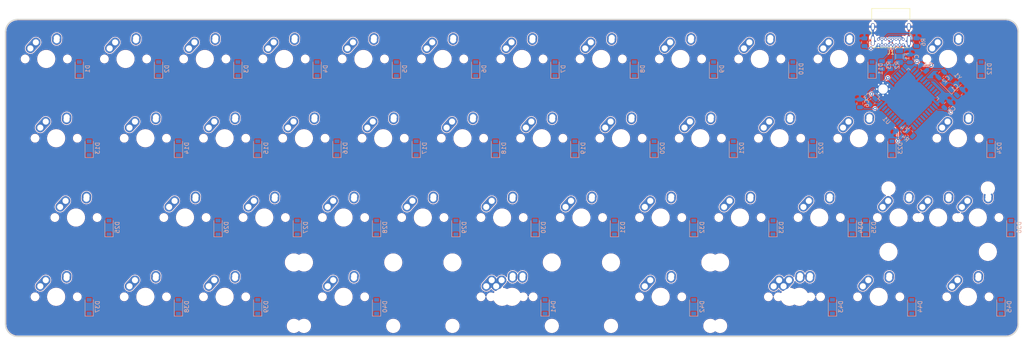
<source format=kicad_pcb>
(kicad_pcb (version 20171130) (host pcbnew "(5.1.4)-1")
  (layers (0 F.Cu signal) (31 B.Cu signal) (34 B.Paste user) (35 F.Paste user) (36 B.SilkS user) (37 F.SilkS user) (38 B.Mask user) (39 F.Mask user) (44 Edge.Cuts user))
  (net 0 "")
  (net 1 "Net-(C1-Pad2)")
  (net 2 GND)
  (net 3 "Net-(C2-Pad2)")
  (net 4 "Net-(C3-Pad1)")
  (net 5 VCC)
  (net 6 "Net-(D1-Pad2)")
  (net 7 A)
  (net 8 "Net-(D2-Pad2)")
  (net 9 "Net-(D3-Pad2)")
  (net 10 "Net-(D4-Pad2)")
  (net 11 "Net-(D5-Pad2)")
  (net 12 "Net-(D6-Pad2)")
  (net 13 "Net-(D7-Pad2)")
  (net 14 "Net-(D8-Pad2)")
  (net 15 "Net-(D9-Pad2)")
  (net 16 "Net-(D10-Pad2)")
  (net 17 "Net-(D11-Pad2)")
  (net 18 "Net-(D12-Pad2)")
  (net 19 "Net-(D13-Pad2)")
  (net 20 B)
  (net 21 "Net-(D14-Pad2)")
  (net 22 "Net-(D15-Pad2)")
  (net 23 "Net-(D16-Pad2)")
  (net 24 "Net-(D17-Pad2)")
  (net 25 "Net-(D18-Pad2)")
  (net 26 "Net-(D19-Pad2)")
  (net 27 "Net-(D20-Pad2)")
  (net 28 "Net-(D21-Pad2)")
  (net 29 "Net-(D22-Pad2)")
  (net 30 "Net-(D23-Pad2)")
  (net 31 "Net-(D24-Pad2)")
  (net 32 "Net-(D25-Pad2)")
  (net 33 C)
  (net 34 "Net-(D26-Pad2)")
  (net 35 "Net-(D27-Pad2)")
  (net 36 "Net-(D28-Pad2)")
  (net 37 "Net-(D29-Pad2)")
  (net 38 "Net-(D30-Pad2)")
  (net 39 "Net-(D31-Pad2)")
  (net 40 "Net-(D32-Pad2)")
  (net 41 "Net-(D33-Pad2)")
  (net 42 "Net-(D34-Pad2)")
  (net 43 "Net-(D35-Pad2)")
  (net 44 "Net-(D36-Pad2)")
  (net 45 "Net-(D37-Pad2)")
  (net 46 D)
  (net 47 "Net-(D38-Pad2)")
  (net 48 "Net-(D39-Pad2)")
  (net 49 "Net-(D40-Pad2)")
  (net 50 "Net-(D41-Pad2)")
  (net 51 "Net-(D42-Pad2)")
  (net 52 "Net-(D43-Pad2)")
  (net 53 "Net-(D44-Pad2)")
  (net 54 "Net-(D45-Pad2)")
  (net 55 0)
  (net 56 1)
  (net 57 2)
  (net 58 3)
  (net 59 4)
  (net 60 5)
  (net 61 6)
  (net 62 7)
  (net 63 8)
  (net 64 9)
  (net 65 10)
  (net 66 11)
  (net 67 "Net-(R1-Pad2)")
  (net 68 D+)
  (net 69 "Net-(R2-Pad1)")
  (net 70 D-)
  (net 71 "Net-(R3-Pad1)")
  (net 72 "Net-(R4-Pad2)")
  (net 73 "Net-(U1-Pad42)")
  (net 74 "Net-(U1-Pad41)")
  (net 75 "Net-(U1-Pad40)")
  (net 76 "Net-(U1-Pad39)")
  (net 77 "Net-(U1-Pad38)")
  (net 78 "Net-(U1-Pad37)")
  (net 79 "Net-(U1-Pad36)")
  (net 80 "Net-(U1-Pad32)")
  (net 81 "Net-(U1-Pad31)")
  (net 82 "Net-(U1-Pad30)")
  (net 83 "Net-(U1-Pad29)")
  (net 84 "Net-(U1-Pad28)")
  (net 85 "Net-(U1-Pad27)")
  (net 86 "Net-(U1-Pad26)")
  (net 87 "Net-(U1-Pad25)")
  (net 88 "Net-(U1-Pad22)")
  (net 89 "Net-(U1-Pad21)")
  (net 90 "Net-(U1-Pad20)")
  (net 91 "Net-(U1-Pad19)")
  (net 92 "Net-(U1-Pad18)")
  (net 93 "Net-(U1-Pad12)")
  (net 94 "Net-(U1-Pad11)")
  (net 95 "Net-(U1-Pad10)")
  (net 96 "Net-(U1-Pad9)")
  (net 97 "Net-(U1-Pad8)")
  (net 98 "Net-(U1-Pad1)")
  (net 99 "Net-(F1-Pad2)")
  (net 100 "Net-(J1-PadB5)")
  (net 101 "Net-(J1-PadB8)")
  (net 102 "Net-(J1-PadA8)")
  (net 103 "Net-(J1-PadA5)")
  (module kbd:M2_HOLE_v3 (layer B.Cu) (at 227.27 33.43)
    (fp_text reference Ref** hide)
    (fp_text value Val** hide)
    (pad 1 thru_hole circle (at 1.06 1.06) (size 0.5 0.5) (drill 0.4) (layers *.Cu *.Mask))
    (pad 1 thru_hole circle (at -1.06 1.06) (size 0.5 0.5) (drill 0.4) (layers *.Cu *.Mask))
    (pad 1 thru_hole circle (at -1.06 -1.06) (size 0.5 0.5) (drill 0.4) (layers *.Cu *.Mask))
    (pad 1 thru_hole circle (at 1.06 -1.06) (size 0.5 0.5) (drill 0.4) (layers *.Cu *.Mask))
    (pad 1 thru_hole circle (at 0 1.5) (size 0.5 0.5) (drill 0.4) (layers *.Cu *.Mask))
    (pad 1 thru_hole circle (at 0 -1.5) (size 0.5 0.5) (drill 0.4) (layers *.Cu *.Mask))
    (pad 1 thru_hole circle (at -1.5 0) (size 0.5 0.5) (drill 0.4) (layers *.Cu *.Mask))
    (pad 1 thru_hole circle (at 1.5 0) (size 0.5 0.5) (drill 0.4) (layers *.Cu *.Mask))
    (pad 1 thru_hole circle (at 0 0) (size 4 4) (drill 2.3) (layers *.Cu *.Mask))
  )
  (module MX_Alps_Hybrid:MX-2U-ReversedStabilizers-NoLED (layer F.Cu) (at 173.83125 83.34375)
    (fp_text reference MX43)
    (fp_text value MX-NoLED)
    (pad "" np_thru_hole circle (at 11.938 -8.255) (size 3.9878 3.9878) (drill 3.9878) (layers *.Cu *.Mask))
    (pad "" np_thru_hole circle (at -11.938 -8.255) (size 3.9878 3.9878) (drill 3.9878) (layers *.Cu *.Mask))
    (pad "" np_thru_hole circle (at 11.938 6.985) (size 3.048 3.048) (drill 3.048) (layers *.Cu *.Mask))
    (pad "" np_thru_hole circle (at -11.938 6.985) (size 3.048 3.048) (drill 3.048) (layers *.Cu *.Mask))
    (pad "" np_thru_hole circle (at 5.08 0 48.0996) (size 1.75 1.75) (drill 1.75) (layers *.Cu *.Mask))
    (pad "" np_thru_hole circle (at -5.08 0 48.0996) (size 1.75 1.75) (drill 1.75) (layers *.Cu *.Mask))
    (pad 1 thru_hole circle (at -2.5 -4) (size 2.25 2.25) (drill 1.47) (layers *.Cu B.Mask) (net 61 6))
    (pad "" np_thru_hole circle (at 0 0) (size 3.9878 3.9878) (drill 3.9878) (layers *.Cu *.Mask))
    (pad 1 thru_hole oval (at -3.81 -2.54 48.0996) (size 4.211556 2.25) (drill 1.47 (offset 0.980778 0)) (layers *.Cu B.Mask) (net 61 6))
    (pad 2 thru_hole circle (at 2.54 -5.08) (size 2.25 2.25) (drill 1.47) (layers *.Cu B.Mask) (net 51 "Net-(D42-Pad2)"))
    (pad 2 thru_hole oval (at 2.5 -4.5 86.0548) (size 2.831378 2.25) (drill 1.47 (offset 0.290689 0)) (layers *.Cu B.Mask) (net 51 "Net-(D42-Pad2)"))
  )
  (module MX_Alps_Hybrid:MX-6.25U-ReversedStabilizers-NoLED (layer F.Cu) (at 138.1125 83.34375)
    (fp_text reference MX42)
    (fp_text value MX-NoLED)
    (pad "" np_thru_hole circle (at 49.9999 -8.255) (size 3.9878 3.9878) (drill 3.9878) (layers *.Cu *.Mask))
    (pad "" np_thru_hole circle (at -49.9999 -8.255) (size 3.9878 3.9878) (drill 3.9878) (layers *.Cu *.Mask))
    (pad "" np_thru_hole circle (at 49.9999 6.985) (size 3.048 3.048) (drill 3.048) (layers *.Cu *.Mask))
    (pad "" np_thru_hole circle (at -49.9999 6.985) (size 3.048 3.048) (drill 3.048) (layers *.Cu *.Mask))
    (pad "" np_thru_hole circle (at 5.08 0 48.0996) (size 1.75 1.75) (drill 1.75) (layers *.Cu *.Mask))
    (pad "" np_thru_hole circle (at -5.08 0 48.0996) (size 1.75 1.75) (drill 1.75) (layers *.Cu *.Mask))
    (pad 1 thru_hole circle (at -2.5 -4) (size 2.25 2.25) (drill 1.47) (layers *.Cu B.Mask) (net 60 5))
    (pad "" np_thru_hole circle (at 0 0) (size 3.9878 3.9878) (drill 3.9878) (layers *.Cu *.Mask))
    (pad 1 thru_hole oval (at -3.81 -2.54 48.0996) (size 4.211556 2.25) (drill 1.47 (offset 0.980778 0)) (layers *.Cu B.Mask) (net 60 5))
    (pad 2 thru_hole circle (at 2.54 -5.08) (size 2.25 2.25) (drill 1.47) (layers *.Cu B.Mask) (net 50 "Net-(D41-Pad2)"))
    (pad 2 thru_hole oval (at 2.5 -4.5 86.0548) (size 2.831378 2.25) (drill 1.47 (offset 0.290689 0)) (layers *.Cu B.Mask) (net 50 "Net-(D41-Pad2)"))
  )
  (module MX_Alps_Hybrid:MX-2U-ReversedStabilizers-NoLED (layer F.Cu) (at 135.73125 83.34375)
    (fp_text reference MX41)
    (fp_text value MX-NoLED)
    (pad "" np_thru_hole circle (at 11.938 -8.255) (size 3.9878 3.9878) (drill 3.9878) (layers *.Cu *.Mask))
    (pad "" np_thru_hole circle (at -11.938 -8.255) (size 3.9878 3.9878) (drill 3.9878) (layers *.Cu *.Mask))
    (pad "" np_thru_hole circle (at 11.938 6.985) (size 3.048 3.048) (drill 3.048) (layers *.Cu *.Mask))
    (pad "" np_thru_hole circle (at -11.938 6.985) (size 3.048 3.048) (drill 3.048) (layers *.Cu *.Mask))
    (pad "" np_thru_hole circle (at 5.08 0 48.0996) (size 1.75 1.75) (drill 1.75) (layers *.Cu *.Mask))
    (pad "" np_thru_hole circle (at -5.08 0 48.0996) (size 1.75 1.75) (drill 1.75) (layers *.Cu *.Mask))
    (pad 1 thru_hole circle (at -2.5 -4) (size 2.25 2.25) (drill 1.47) (layers *.Cu B.Mask) (net 60 5))
    (pad "" np_thru_hole circle (at 0 0) (size 3.9878 3.9878) (drill 3.9878) (layers *.Cu *.Mask))
    (pad 1 thru_hole oval (at -3.81 -2.54 48.0996) (size 4.211556 2.25) (drill 1.47 (offset 0.980778 0)) (layers *.Cu B.Mask) (net 60 5))
    (pad 2 thru_hole circle (at 2.54 -5.08) (size 2.25 2.25) (drill 1.47) (layers *.Cu B.Mask) (net 50 "Net-(D41-Pad2)"))
    (pad 2 thru_hole oval (at 2.5 -4.5 86.0548) (size 2.831378 2.25) (drill 1.47 (offset 0.290689 0)) (layers *.Cu B.Mask) (net 50 "Net-(D41-Pad2)"))
  )
  (module MX_Alps_Hybrid:MX-2U-ReversedStabilizers-NoLED (layer F.Cu) (at 97.63125 83.34375)
    (fp_text reference MX40)
    (fp_text value MX-NoLED)
    (pad "" np_thru_hole circle (at 11.938 -8.255) (size 3.9878 3.9878) (drill 3.9878) (layers *.Cu *.Mask))
    (pad "" np_thru_hole circle (at -11.938 -8.255) (size 3.9878 3.9878) (drill 3.9878) (layers *.Cu *.Mask))
    (pad "" np_thru_hole circle (at 11.938 6.985) (size 3.048 3.048) (drill 3.048) (layers *.Cu *.Mask))
    (pad "" np_thru_hole circle (at -11.938 6.985) (size 3.048 3.048) (drill 3.048) (layers *.Cu *.Mask))
    (pad "" np_thru_hole circle (at 5.08 0 48.0996) (size 1.75 1.75) (drill 1.75) (layers *.Cu *.Mask))
    (pad "" np_thru_hole circle (at -5.08 0 48.0996) (size 1.75 1.75) (drill 1.75) (layers *.Cu *.Mask))
    (pad 1 thru_hole circle (at -2.5 -4) (size 2.25 2.25) (drill 1.47) (layers *.Cu B.Mask) (net 59 4))
    (pad "" np_thru_hole circle (at 0 0) (size 3.9878 3.9878) (drill 3.9878) (layers *.Cu *.Mask))
    (pad 1 thru_hole oval (at -3.81 -2.54 48.0996) (size 4.211556 2.25) (drill 1.47 (offset 0.980778 0)) (layers *.Cu B.Mask) (net 59 4))
    (pad 2 thru_hole circle (at 2.54 -5.08) (size 2.25 2.25) (drill 1.47) (layers *.Cu B.Mask) (net 49 "Net-(D40-Pad2)"))
    (pad 2 thru_hole oval (at 2.5 -4.5 86.0548) (size 2.831378 2.25) (drill 1.47 (offset 0.290689 0)) (layers *.Cu B.Mask) (net 49 "Net-(D40-Pad2)"))
  )
  (module Resistor_SMD:R_0805_2012Metric (layer B.Cu) (at 235.3 22.1625 90)
    (fp_text reference R6 (at 0 1.65 90) (layer B.SilkS) (effects (justify mirror)))
    (fp_text value 5k1)
    (pad 2 smd roundrect (at 0.9375 0 90) (size 0.975 1.4) (layers B.Cu B.Paste B.Mask) (net 2 GND))
    (pad 1 smd roundrect (at -0.9375 0 90) (size 0.975 1.4) (layers B.Cu B.Paste B.Mask) (net 100 "Net-(J1-PadB5)"))
  )
  (module Resistor_SMD:R_0805_2012Metric (layer B.Cu) (at 222.8 22.1625 90)
    (fp_text reference R5 (at 0 1.65 90) (layer B.SilkS) (effects (justify mirror)))
    (fp_text value 5k1)
    (pad 2 smd roundrect (at 0.9375 0 90) (size 0.975 1.4) (layers B.Cu B.Paste B.Mask) (net 2 GND))
    (pad 1 smd roundrect (at -0.9375 0 90) (size 0.975 1.4) (layers B.Cu B.Paste B.Mask) (net 103 "Net-(J1-PadA5)"))
  )
  (module Connector_USB:USB_C_Receptacle_GCT_USB4085 (layer F.Cu) (at 232.1 22.8 180)
    (fp_text reference J1 (at 2.975 -1.8) (layer F.SilkS))
    (fp_text value USB_C_Receptacle_USB2.0)
    (pad S1 thru_hole oval (at 7.3 4.36 180) (size 0.9 1.7) (drill oval 0.6 1.4) (layers *.Cu *.Mask) (net 2 GND))
    (pad S1 thru_hole oval (at -1.35 4.36 180) (size 0.9 1.7) (drill oval 0.6 1.4) (layers *.Cu *.Mask) (net 2 GND))
    (pad S1 thru_hole oval (at 7.3 0.98 180) (size 0.9 2.4) (drill oval 0.6 2.1) (layers *.Cu *.Mask) (net 2 GND))
    (pad S1 thru_hole oval (at -1.35 0.98 180) (size 0.9 2.4) (drill oval 0.6 2.1) (layers *.Cu *.Mask) (net 2 GND))
    (pad B6 thru_hole circle (at 3.4 1.35 180) (size 0.7 0.7) (drill 0.4) (layers *.Cu *.Mask) (net 68 D+))
    (pad B1 thru_hole circle (at 5.95 1.35 180) (size 0.7 0.7) (drill 0.4) (layers *.Cu *.Mask) (net 2 GND))
    (pad B4 thru_hole circle (at 5.1 1.35 180) (size 0.7 0.7) (drill 0.4) (layers *.Cu *.Mask) (net 99 "Net-(F1-Pad2)"))
    (pad B5 thru_hole circle (at 4.25 1.35 180) (size 0.7 0.7) (drill 0.4) (layers *.Cu *.Mask) (net 100 "Net-(J1-PadB5)"))
    (pad B12 thru_hole circle (at 0 1.35 180) (size 0.7 0.7) (drill 0.4) (layers *.Cu *.Mask) (net 2 GND))
    (pad B8 thru_hole circle (at 1.7 1.35 180) (size 0.7 0.7) (drill 0.4) (layers *.Cu *.Mask) (net 101 "Net-(J1-PadB8)"))
    (pad B7 thru_hole circle (at 2.55 1.35 180) (size 0.7 0.7) (drill 0.4) (layers *.Cu *.Mask) (net 70 D-))
    (pad B9 thru_hole circle (at 0.85 1.35 180) (size 0.7 0.7) (drill 0.4) (layers *.Cu *.Mask) (net 99 "Net-(F1-Pad2)"))
    (pad A12 thru_hole circle (at 5.95 0 180) (size 0.7 0.7) (drill 0.4) (layers *.Cu *.Mask) (net 2 GND))
    (pad A9 thru_hole circle (at 5.1 0 180) (size 0.7 0.7) (drill 0.4) (layers *.Cu *.Mask) (net 99 "Net-(F1-Pad2)"))
    (pad A8 thru_hole circle (at 4.25 0 180) (size 0.7 0.7) (drill 0.4) (layers *.Cu *.Mask) (net 102 "Net-(J1-PadA8)"))
    (pad A7 thru_hole circle (at 3.4 0 180) (size 0.7 0.7) (drill 0.4) (layers *.Cu *.Mask) (net 70 D-))
    (pad A6 thru_hole circle (at 2.55 0 180) (size 0.7 0.7) (drill 0.4) (layers *.Cu *.Mask) (net 68 D+))
    (pad A5 thru_hole circle (at 1.7 0 180) (size 0.7 0.7) (drill 0.4) (layers *.Cu *.Mask) (net 103 "Net-(J1-PadA5)"))
    (pad A4 thru_hole circle (at 0.85 0 180) (size 0.7 0.7) (drill 0.4) (layers *.Cu *.Mask) (net 99 "Net-(F1-Pad2)"))
    (pad A1 thru_hole circle (at 0 0 180) (size 0.7 0.7) (drill 0.4) (layers *.Cu *.Mask) (net 2 GND))
  )
  (module Fuse:Fuse_1206_3216Metric (layer B.Cu) (at 231.2 25.599999 90)
    (fp_text reference F1 (at 0 1.82 90) (layer B.SilkS) (effects (justify mirror)))
    (fp_text value Polyfuse_Small)
    (pad 2 smd roundrect (at 1.4 0 90) (size 1.25 1.75) (layers B.Cu B.Paste B.Mask) (roundrect_rratio 0.2) (net 99 "Net-(F1-Pad2)"))
    (pad 1 smd roundrect (at -1.4 0 90) (size 1.25 1.75) (layers B.Cu B.Paste B.Mask) (roundrect_rratio 0.2) (net 5 VCC))
  )
  (module MX_Alps_Hybrid:MX-2U-NoLED (layer F.Cu) (at 240.50625 64.29375)
    (fp_text reference MX48)
    (fp_text value MX-NoLED)
    (pad "" np_thru_hole circle (at 11.938 8.255) (size 3.9878 3.9878) (drill 3.9878) (layers *.Cu *.Mask))
    (pad "" np_thru_hole circle (at -11.938 8.255) (size 3.9878 3.9878) (drill 3.9878) (layers *.Cu *.Mask))
    (pad "" np_thru_hole circle (at 11.938 -6.985) (size 3.048 3.048) (drill 3.048) (layers *.Cu *.Mask))
    (pad "" np_thru_hole circle (at -11.938 -6.985) (size 3.048 3.048) (drill 3.048) (layers *.Cu *.Mask))
    (pad "" np_thru_hole circle (at 5.08 0 48.0996) (size 1.75 1.75) (drill 1.75) (layers *.Cu *.Mask))
    (pad "" np_thru_hole circle (at -5.08 0 48.0996) (size 1.75 1.75) (drill 1.75) (layers *.Cu *.Mask))
    (pad 1 thru_hole circle (at -2.5 -4) (size 2.25 2.25) (drill 1.47) (layers *.Cu B.Mask) (net 65 10))
    (pad "" np_thru_hole circle (at 0 0) (size 3.9878 3.9878) (drill 3.9878) (layers *.Cu *.Mask))
    (pad 1 thru_hole oval (at -3.81 -2.54 48.0996) (size 4.211556 2.25) (drill 1.47 (offset 0.980778 0)) (layers *.Cu B.Mask) (net 65 10))
    (pad 2 thru_hole circle (at 2.54 -5.08) (size 2.25 2.25) (drill 1.47) (layers *.Cu B.Mask) (net 43 "Net-(D35-Pad2)"))
    (pad 2 thru_hole oval (at 2.5 -4.5 86.0548) (size 2.831378 2.25) (drill 1.47 (offset 0.290689 0)) (layers *.Cu B.Mask) (net 43 "Net-(D35-Pad2)"))
  )
  (module MX_Alps_Hybrid:MX-1.25U-NoLED (layer F.Cu) (at 247.65 83.34375)
    (fp_text reference MX47)
    (fp_text value MX-NoLED)
    (pad "" np_thru_hole circle (at 5.08 0 48.0996) (size 1.75 1.75) (drill 1.75) (layers *.Cu *.Mask))
    (pad "" np_thru_hole circle (at -5.08 0 48.0996) (size 1.75 1.75) (drill 1.75) (layers *.Cu *.Mask))
    (pad 1 thru_hole circle (at -2.5 -4) (size 2.25 2.25) (drill 1.47) (layers *.Cu B.Mask) (net 66 11))
    (pad "" np_thru_hole circle (at 0 0) (size 3.9878 3.9878) (drill 3.9878) (layers *.Cu *.Mask))
    (pad 1 thru_hole oval (at -3.81 -2.54 48.0996) (size 4.211556 2.25) (drill 1.47 (offset 0.980778 0)) (layers *.Cu B.Mask) (net 66 11))
    (pad 2 thru_hole circle (at 2.54 -5.08) (size 2.25 2.25) (drill 1.47) (layers *.Cu B.Mask) (net 54 "Net-(D45-Pad2)"))
    (pad 2 thru_hole oval (at 2.5 -4.5 86.0548) (size 2.831378 2.25) (drill 1.47 (offset 0.290689 0)) (layers *.Cu B.Mask) (net 54 "Net-(D45-Pad2)"))
  )
  (module MX_Alps_Hybrid:MX-1.25U-NoLED (layer F.Cu) (at 204.7875 83.34375)
    (fp_text reference MX45)
    (fp_text value MX-NoLED)
    (pad "" np_thru_hole circle (at 5.08 0 48.0996) (size 1.75 1.75) (drill 1.75) (layers *.Cu *.Mask))
    (pad "" np_thru_hole circle (at -5.08 0 48.0996) (size 1.75 1.75) (drill 1.75) (layers *.Cu *.Mask))
    (pad 1 thru_hole circle (at -2.5 -4) (size 2.25 2.25) (drill 1.47) (layers *.Cu B.Mask) (net 64 9))
    (pad "" np_thru_hole circle (at 0 0) (size 3.9878 3.9878) (drill 3.9878) (layers *.Cu *.Mask))
    (pad 1 thru_hole oval (at -3.81 -2.54 48.0996) (size 4.211556 2.25) (drill 1.47 (offset 0.980778 0)) (layers *.Cu B.Mask) (net 64 9))
    (pad 2 thru_hole circle (at 2.54 -5.08) (size 2.25 2.25) (drill 1.47) (layers *.Cu B.Mask) (net 52 "Net-(D43-Pad2)"))
    (pad 2 thru_hole oval (at 2.5 -4.5 86.0548) (size 2.831378 2.25) (drill 1.47 (offset 0.290689 0)) (layers *.Cu B.Mask) (net 52 "Net-(D43-Pad2)"))
  )
  (module MX_Alps_Hybrid:MX-1.25U-NoLED (layer F.Cu) (at 28.575 83.34375)
    (fp_text reference MX37)
    (fp_text value MX-NoLED)
    (pad "" np_thru_hole circle (at 5.08 0 48.0996) (size 1.75 1.75) (drill 1.75) (layers *.Cu *.Mask))
    (pad "" np_thru_hole circle (at -5.08 0 48.0996) (size 1.75 1.75) (drill 1.75) (layers *.Cu *.Mask))
    (pad 1 thru_hole circle (at -2.5 -4) (size 2.25 2.25) (drill 1.47) (layers *.Cu B.Mask) (net 55 0))
    (pad "" np_thru_hole circle (at 0 0) (size 3.9878 3.9878) (drill 3.9878) (layers *.Cu *.Mask))
    (pad 1 thru_hole oval (at -3.81 -2.54 48.0996) (size 4.211556 2.25) (drill 1.47 (offset 0.980778 0)) (layers *.Cu B.Mask) (net 55 0))
    (pad 2 thru_hole circle (at 2.54 -5.08) (size 2.25 2.25) (drill 1.47) (layers *.Cu B.Mask) (net 45 "Net-(D37-Pad2)"))
    (pad 2 thru_hole oval (at 2.5 -4.5 86.0548) (size 2.831378 2.25) (drill 1.47 (offset 0.290689 0)) (layers *.Cu B.Mask) (net 45 "Net-(D37-Pad2)"))
  )
  (module MX_Alps_Hybrid:MX-1.75U-NoLED (layer F.Cu) (at 33.3375 64.29375)
    (fp_text reference MX25)
    (fp_text value MX-NoLED)
    (pad "" np_thru_hole circle (at 5.08 0 48.0996) (size 1.75 1.75) (drill 1.75) (layers *.Cu *.Mask))
    (pad "" np_thru_hole circle (at -5.08 0 48.0996) (size 1.75 1.75) (drill 1.75) (layers *.Cu *.Mask))
    (pad 1 thru_hole circle (at -2.5 -4) (size 2.25 2.25) (drill 1.47) (layers *.Cu B.Mask) (net 55 0))
    (pad "" np_thru_hole circle (at 0 0) (size 3.9878 3.9878) (drill 3.9878) (layers *.Cu *.Mask))
    (pad 1 thru_hole oval (at -3.81 -2.54 48.0996) (size 4.211556 2.25) (drill 1.47 (offset 0.980778 0)) (layers *.Cu B.Mask) (net 55 0))
    (pad 2 thru_hole circle (at 2.54 -5.08) (size 2.25 2.25) (drill 1.47) (layers *.Cu B.Mask) (net 32 "Net-(D25-Pad2)"))
    (pad 2 thru_hole oval (at 2.5 -4.5 86.0548) (size 2.831378 2.25) (drill 1.47 (offset 0.290689 0)) (layers *.Cu B.Mask) (net 32 "Net-(D25-Pad2)"))
  )
  (module MX_Alps_Hybrid:MX-1.5U-NoLED (layer F.Cu) (at 245.26875 45.24375)
    (fp_text reference MX24)
    (fp_text value MX-NoLED)
    (pad "" np_thru_hole circle (at 5.08 0 48.0996) (size 1.75 1.75) (drill 1.75) (layers *.Cu *.Mask))
    (pad "" np_thru_hole circle (at -5.08 0 48.0996) (size 1.75 1.75) (drill 1.75) (layers *.Cu *.Mask))
    (pad 1 thru_hole circle (at -2.5 -4) (size 2.25 2.25) (drill 1.47) (layers *.Cu B.Mask) (net 66 11))
    (pad "" np_thru_hole circle (at 0 0) (size 3.9878 3.9878) (drill 3.9878) (layers *.Cu *.Mask))
    (pad 1 thru_hole oval (at -3.81 -2.54 48.0996) (size 4.211556 2.25) (drill 1.47 (offset 0.980778 0)) (layers *.Cu B.Mask) (net 66 11))
    (pad 2 thru_hole circle (at 2.54 -5.08) (size 2.25 2.25) (drill 1.47) (layers *.Cu B.Mask) (net 31 "Net-(D24-Pad2)"))
    (pad 2 thru_hole oval (at 2.5 -4.5 86.0548) (size 2.831378 2.25) (drill 1.47 (offset 0.290689 0)) (layers *.Cu B.Mask) (net 31 "Net-(D24-Pad2)"))
  )
  (module MX_Alps_Hybrid:MX-1.25U-NoLED (layer F.Cu) (at 28.575 45.24375)
    (fp_text reference MX13)
    (fp_text value MX-NoLED)
    (pad "" np_thru_hole circle (at 5.08 0 48.0996) (size 1.75 1.75) (drill 1.75) (layers *.Cu *.Mask))
    (pad "" np_thru_hole circle (at -5.08 0 48.0996) (size 1.75 1.75) (drill 1.75) (layers *.Cu *.Mask))
    (pad 1 thru_hole circle (at -2.5 -4) (size 2.25 2.25) (drill 1.47) (layers *.Cu B.Mask) (net 55 0))
    (pad "" np_thru_hole circle (at 0 0) (size 3.9878 3.9878) (drill 3.9878) (layers *.Cu *.Mask))
    (pad 1 thru_hole oval (at -3.81 -2.54 48.0996) (size 4.211556 2.25) (drill 1.47 (offset 0.980778 0)) (layers *.Cu B.Mask) (net 55 0))
    (pad 2 thru_hole circle (at 2.54 -5.08) (size 2.25 2.25) (drill 1.47) (layers *.Cu B.Mask) (net 19 "Net-(D13-Pad2)"))
    (pad 2 thru_hole oval (at 2.5 -4.5 86.0548) (size 2.831378 2.25) (drill 1.47 (offset 0.290689 0)) (layers *.Cu B.Mask) (net 19 "Net-(D13-Pad2)"))
  )
  (module MX_Alps_Hybrid:MX-1.75U-NoLED (layer F.Cu) (at 242.8875 26.19375)
    (fp_text reference MX12)
    (fp_text value MX-NoLED)
    (pad "" np_thru_hole circle (at 5.08 0 48.0996) (size 1.75 1.75) (drill 1.75) (layers *.Cu *.Mask))
    (pad "" np_thru_hole circle (at -5.08 0 48.0996) (size 1.75 1.75) (drill 1.75) (layers *.Cu *.Mask))
    (pad 1 thru_hole circle (at -2.5 -4) (size 2.25 2.25) (drill 1.47) (layers *.Cu B.Mask) (net 66 11))
    (pad "" np_thru_hole circle (at 0 0) (size 3.9878 3.9878) (drill 3.9878) (layers *.Cu *.Mask))
    (pad 1 thru_hole oval (at -3.81 -2.54 48.0996) (size 4.211556 2.25) (drill 1.47 (offset 0.980778 0)) (layers *.Cu B.Mask) (net 66 11))
    (pad 2 thru_hole circle (at 2.54 -5.08) (size 2.25 2.25) (drill 1.47) (layers *.Cu B.Mask) (net 18 "Net-(D12-Pad2)"))
    (pad 2 thru_hole oval (at 2.5 -4.5 86.0548) (size 2.831378 2.25) (drill 1.47 (offset 0.290689 0)) (layers *.Cu B.Mask) (net 18 "Net-(D12-Pad2)"))
  )
  (module Crystal:Crystal_SMD_3225-4Pin_3.2x2.5mm (layer B.Cu) (at 243.478858 32.076777 135)
    (fp_text reference Y1 (at 0 2.45 135) (layer B.SilkS) (effects (justify mirror)))
    (fp_text value 16MHz)
    (pad 4 smd rect (at -1.1 0.85 135) (size 1.4 1.2) (layers B.Cu B.Paste B.Mask) (net 2 GND))
    (pad 3 smd rect (at 1.1 0.85 135) (size 1.4 1.2) (layers B.Cu B.Paste B.Mask) (net 3 "Net-(C2-Pad2)"))
    (pad 2 smd rect (at 1.1 -0.85 135) (size 1.4 1.2) (layers B.Cu B.Paste B.Mask) (net 2 GND))
    (pad 1 smd rect (at -1.1 -0.85 135) (size 1.4 1.2) (layers B.Cu B.Paste B.Mask) (net 1 "Net-(C1-Pad2)"))
  )
  (module Package_QFP:TQFP-44_10x10mm_P0.8mm (layer B.Cu) (at 233.3625 35.71875 315)
    (fp_text reference U1 (at 0 7.45 135) (layer B.SilkS) (effects (justify mirror)))
    (fp_text value ATmega32U4-AU)
    (pad 44 smd rect (at -4 5.7 225) (size 1.5 0.55) (layers B.Cu B.Paste B.Mask) (net 5 VCC))
    (pad 43 smd rect (at -3.2 5.7 225) (size 1.5 0.55) (layers B.Cu B.Paste B.Mask) (net 2 GND))
    (pad 42 smd rect (at -2.4 5.7 225) (size 1.5 0.55) (layers B.Cu B.Paste B.Mask) (net 73 "Net-(U1-Pad42)"))
    (pad 41 smd rect (at -1.6 5.7 225) (size 1.5 0.55) (layers B.Cu B.Paste B.Mask) (net 74 "Net-(U1-Pad41)"))
    (pad 40 smd rect (at -0.8 5.7 225) (size 1.5 0.55) (layers B.Cu B.Paste B.Mask) (net 75 "Net-(U1-Pad40)"))
    (pad 39 smd rect (at 0 5.7 225) (size 1.5 0.55) (layers B.Cu B.Paste B.Mask) (net 76 "Net-(U1-Pad39)"))
    (pad 38 smd rect (at 0.8 5.7 225) (size 1.5 0.55) (layers B.Cu B.Paste B.Mask) (net 77 "Net-(U1-Pad38)"))
    (pad 37 smd rect (at 1.6 5.7 225) (size 1.5 0.55) (layers B.Cu B.Paste B.Mask) (net 78 "Net-(U1-Pad37)"))
    (pad 36 smd rect (at 2.4 5.7 225) (size 1.5 0.55) (layers B.Cu B.Paste B.Mask) (net 79 "Net-(U1-Pad36)"))
    (pad 35 smd rect (at 3.2 5.7 225) (size 1.5 0.55) (layers B.Cu B.Paste B.Mask) (net 2 GND))
    (pad 34 smd rect (at 4 5.7 225) (size 1.5 0.55) (layers B.Cu B.Paste B.Mask) (net 5 VCC))
    (pad 33 smd rect (at 5.7 4 315) (size 1.5 0.55) (layers B.Cu B.Paste B.Mask) (net 72 "Net-(R4-Pad2)"))
    (pad 32 smd rect (at 5.7 3.2 315) (size 1.5 0.55) (layers B.Cu B.Paste B.Mask) (net 80 "Net-(U1-Pad32)"))
    (pad 31 smd rect (at 5.7 2.4 315) (size 1.5 0.55) (layers B.Cu B.Paste B.Mask) (net 81 "Net-(U1-Pad31)"))
    (pad 30 smd rect (at 5.7 1.6 315) (size 1.5 0.55) (layers B.Cu B.Paste B.Mask) (net 82 "Net-(U1-Pad30)"))
    (pad 29 smd rect (at 5.7 0.8 315) (size 1.5 0.55) (layers B.Cu B.Paste B.Mask) (net 83 "Net-(U1-Pad29)"))
    (pad 28 smd rect (at 5.7 0 315) (size 1.5 0.55) (layers B.Cu B.Paste B.Mask) (net 84 "Net-(U1-Pad28)"))
    (pad 27 smd rect (at 5.7 -0.8 315) (size 1.5 0.55) (layers B.Cu B.Paste B.Mask) (net 85 "Net-(U1-Pad27)"))
    (pad 26 smd rect (at 5.7 -1.6 315) (size 1.5 0.55) (layers B.Cu B.Paste B.Mask) (net 86 "Net-(U1-Pad26)"))
    (pad 25 smd rect (at 5.7 -2.4 315) (size 1.5 0.55) (layers B.Cu B.Paste B.Mask) (net 87 "Net-(U1-Pad25)"))
    (pad 24 smd rect (at 5.7 -3.2 315) (size 1.5 0.55) (layers B.Cu B.Paste B.Mask) (net 5 VCC))
    (pad 23 smd rect (at 5.7 -4 315) (size 1.5 0.55) (layers B.Cu B.Paste B.Mask) (net 2 GND))
    (pad 22 smd rect (at 4 -5.7 225) (size 1.5 0.55) (layers B.Cu B.Paste B.Mask) (net 88 "Net-(U1-Pad22)"))
    (pad 21 smd rect (at 3.2 -5.7 225) (size 1.5 0.55) (layers B.Cu B.Paste B.Mask) (net 89 "Net-(U1-Pad21)"))
    (pad 20 smd rect (at 2.4 -5.7 225) (size 1.5 0.55) (layers B.Cu B.Paste B.Mask) (net 90 "Net-(U1-Pad20)"))
    (pad 19 smd rect (at 1.6 -5.7 225) (size 1.5 0.55) (layers B.Cu B.Paste B.Mask) (net 91 "Net-(U1-Pad19)"))
    (pad 18 smd rect (at 0.8 -5.7 225) (size 1.5 0.55) (layers B.Cu B.Paste B.Mask) (net 92 "Net-(U1-Pad18)"))
    (pad 17 smd rect (at 0 -5.7 225) (size 1.5 0.55) (layers B.Cu B.Paste B.Mask) (net 1 "Net-(C1-Pad2)"))
    (pad 16 smd rect (at -0.8 -5.7 225) (size 1.5 0.55) (layers B.Cu B.Paste B.Mask) (net 3 "Net-(C2-Pad2)"))
    (pad 15 smd rect (at -1.6 -5.7 225) (size 1.5 0.55) (layers B.Cu B.Paste B.Mask) (net 2 GND))
    (pad 14 smd rect (at -2.4 -5.7 225) (size 1.5 0.55) (layers B.Cu B.Paste B.Mask) (net 5 VCC))
    (pad 13 smd rect (at -3.2 -5.7 225) (size 1.5 0.55) (layers B.Cu B.Paste B.Mask) (net 67 "Net-(R1-Pad2)"))
    (pad 12 smd rect (at -4 -5.7 225) (size 1.5 0.55) (layers B.Cu B.Paste B.Mask) (net 93 "Net-(U1-Pad12)"))
    (pad 11 smd rect (at -5.7 -4 315) (size 1.5 0.55) (layers B.Cu B.Paste B.Mask) (net 94 "Net-(U1-Pad11)"))
    (pad 10 smd rect (at -5.7 -3.2 315) (size 1.5 0.55) (layers B.Cu B.Paste B.Mask) (net 95 "Net-(U1-Pad10)"))
    (pad 9 smd rect (at -5.7 -2.4 315) (size 1.5 0.55) (layers B.Cu B.Paste B.Mask) (net 96 "Net-(U1-Pad9)"))
    (pad 8 smd rect (at -5.7 -1.6 315) (size 1.5 0.55) (layers B.Cu B.Paste B.Mask) (net 97 "Net-(U1-Pad8)"))
    (pad 7 smd rect (at -5.7 -0.8 315) (size 1.5 0.55) (layers B.Cu B.Paste B.Mask) (net 5 VCC))
    (pad 6 smd rect (at -5.7 0 315) (size 1.5 0.55) (layers B.Cu B.Paste B.Mask) (net 4 "Net-(C3-Pad1)"))
    (pad 5 smd rect (at -5.7 0.8 315) (size 1.5 0.55) (layers B.Cu B.Paste B.Mask) (net 2 GND))
    (pad 4 smd rect (at -5.7 1.6 315) (size 1.5 0.55) (layers B.Cu B.Paste B.Mask) (net 69 "Net-(R2-Pad1)"))
    (pad 3 smd rect (at -5.7 2.4 315) (size 1.5 0.55) (layers B.Cu B.Paste B.Mask) (net 71 "Net-(R3-Pad1)"))
    (pad 2 smd rect (at -5.7 3.2 315) (size 1.5 0.55) (layers B.Cu B.Paste B.Mask) (net 5 VCC))
    (pad 1 smd rect (at -5.7 4 315) (size 1.5 0.55) (layers B.Cu B.Paste B.Mask) (net 98 "Net-(U1-Pad1)"))
  )
  (module Resistor_SMD:R_0805_2012Metric (layer B.Cu) (at 233.762913 44.062913 315)
    (fp_text reference R4 (at 0 1.65 135) (layer B.SilkS) (effects (justify mirror)))
    (fp_text value 10k)
    (pad 2 smd roundrect (at 0.9375 0 315) (size 0.975 1.4) (layers B.Cu B.Paste B.Mask) (net 72 "Net-(R4-Pad2)"))
    (pad 1 smd roundrect (at -0.9375 0 315) (size 0.975 1.4) (layers B.Cu B.Paste B.Mask) (net 2 GND))
  )
  (module Resistor_SMD:R_0805_2012Metric (layer B.Cu) (at 227 27.6625 90)
    (fp_text reference R3 (at 0 1.65 90) (layer B.SilkS) (effects (justify mirror)))
    (fp_text value 22)
    (pad 2 smd roundrect (at 0.9375 0 90) (size 0.975 1.4) (layers B.Cu B.Paste B.Mask) (net 70 D-))
    (pad 1 smd roundrect (at -0.9375 0 90) (size 0.975 1.4) (layers B.Cu B.Paste B.Mask) (net 71 "Net-(R3-Pad1)"))
  )
  (module Resistor_SMD:R_0805_2012Metric (layer B.Cu) (at 229 27.6625 90)
    (fp_text reference R2 (at 0 1.65 90) (layer B.SilkS) (effects (justify mirror)))
    (fp_text value 22)
    (pad 2 smd roundrect (at 0.9375 0 90) (size 0.975 1.4) (layers B.Cu B.Paste B.Mask) (net 68 D+))
    (pad 1 smd roundrect (at -0.9375 0 90) (size 0.975 1.4) (layers B.Cu B.Paste B.Mask) (net 69 "Net-(R2-Pad1)"))
  )
  (module Resistor_SMD:R_0805_2012Metric (layer B.Cu) (at 236.962913 28.362913 135)
    (fp_text reference R1 (at 0 1.65 135) (layer B.SilkS) (effects (justify mirror)))
    (fp_text value 10k)
    (pad 2 smd roundrect (at 0.9375 0 135) (size 0.975 1.4) (layers B.Cu B.Paste B.Mask) (net 67 "Net-(R1-Pad2)"))
    (pad 1 smd roundrect (at -0.9375 0 135) (size 0.975 1.4) (layers B.Cu B.Paste B.Mask) (net 5 VCC))
  )
  (module MX_Alps_Hybrid:MX-1U-NoLED (layer F.Cu) (at 226.21875 83.34375)
    (fp_text reference MX46)
    (fp_text value MX-NoLED)
    (pad "" np_thru_hole circle (at 5.08 0 48.0996) (size 1.75 1.75) (drill 1.75) (layers *.Cu *.Mask))
    (pad "" np_thru_hole circle (at -5.08 0 48.0996) (size 1.75 1.75) (drill 1.75) (layers *.Cu *.Mask))
    (pad 1 thru_hole circle (at -2.5 -4) (size 2.25 2.25) (drill 1.47) (layers *.Cu B.Mask) (net 65 10))
    (pad "" np_thru_hole circle (at 0 0) (size 3.9878 3.9878) (drill 3.9878) (layers *.Cu *.Mask))
    (pad 1 thru_hole oval (at -3.81 -2.54 48.0996) (size 4.211556 2.25) (drill 1.47 (offset 0.980778 0)) (layers *.Cu B.Mask) (net 65 10))
    (pad 2 thru_hole circle (at 2.54 -5.08) (size 2.25 2.25) (drill 1.47) (layers *.Cu B.Mask) (net 53 "Net-(D44-Pad2)"))
    (pad 2 thru_hole oval (at 2.5 -4.5 86.0548) (size 2.831378 2.25) (drill 1.47 (offset 0.290689 0)) (layers *.Cu B.Mask) (net 53 "Net-(D44-Pad2)"))
  )
  (module MX_Alps_Hybrid:MX-1U-NoLED (layer F.Cu) (at 207.16875 83.34375)
    (fp_text reference MX44)
    (fp_text value MX-NoLED)
    (pad "" np_thru_hole circle (at 5.08 0 48.0996) (size 1.75 1.75) (drill 1.75) (layers *.Cu *.Mask))
    (pad "" np_thru_hole circle (at -5.08 0 48.0996) (size 1.75 1.75) (drill 1.75) (layers *.Cu *.Mask))
    (pad 1 thru_hole circle (at -2.5 -4) (size 2.25 2.25) (drill 1.47) (layers *.Cu B.Mask) (net 64 9))
    (pad "" np_thru_hole circle (at 0 0) (size 3.9878 3.9878) (drill 3.9878) (layers *.Cu *.Mask))
    (pad 1 thru_hole oval (at -3.81 -2.54 48.0996) (size 4.211556 2.25) (drill 1.47 (offset 0.980778 0)) (layers *.Cu B.Mask) (net 64 9))
    (pad 2 thru_hole circle (at 2.54 -5.08) (size 2.25 2.25) (drill 1.47) (layers *.Cu B.Mask) (net 52 "Net-(D43-Pad2)"))
    (pad 2 thru_hole oval (at 2.5 -4.5 86.0548) (size 2.831378 2.25) (drill 1.47 (offset 0.290689 0)) (layers *.Cu B.Mask) (net 52 "Net-(D43-Pad2)"))
  )
  (module MX_Alps_Hybrid:MX-1U-NoLED (layer F.Cu) (at 69.05625 83.34375)
    (fp_text reference MX39)
    (fp_text value MX-NoLED)
    (pad "" np_thru_hole circle (at 5.08 0 48.0996) (size 1.75 1.75) (drill 1.75) (layers *.Cu *.Mask))
    (pad "" np_thru_hole circle (at -5.08 0 48.0996) (size 1.75 1.75) (drill 1.75) (layers *.Cu *.Mask))
    (pad 1 thru_hole circle (at -2.5 -4) (size 2.25 2.25) (drill 1.47) (layers *.Cu B.Mask) (net 57 2))
    (pad "" np_thru_hole circle (at 0 0) (size 3.9878 3.9878) (drill 3.9878) (layers *.Cu *.Mask))
    (pad 1 thru_hole oval (at -3.81 -2.54 48.0996) (size 4.211556 2.25) (drill 1.47 (offset 0.980778 0)) (layers *.Cu B.Mask) (net 57 2))
    (pad 2 thru_hole circle (at 2.54 -5.08) (size 2.25 2.25) (drill 1.47) (layers *.Cu B.Mask) (net 48 "Net-(D39-Pad2)"))
    (pad 2 thru_hole oval (at 2.5 -4.5 86.0548) (size 2.831378 2.25) (drill 1.47 (offset 0.290689 0)) (layers *.Cu B.Mask) (net 48 "Net-(D39-Pad2)"))
  )
  (module MX_Alps_Hybrid:MX-1U-NoLED (layer F.Cu) (at 50.00625 83.34375)
    (fp_text reference MX38)
    (fp_text value MX-NoLED)
    (pad "" np_thru_hole circle (at 5.08 0 48.0996) (size 1.75 1.75) (drill 1.75) (layers *.Cu *.Mask))
    (pad "" np_thru_hole circle (at -5.08 0 48.0996) (size 1.75 1.75) (drill 1.75) (layers *.Cu *.Mask))
    (pad 1 thru_hole circle (at -2.5 -4) (size 2.25 2.25) (drill 1.47) (layers *.Cu B.Mask) (net 56 1))
    (pad "" np_thru_hole circle (at 0 0) (size 3.9878 3.9878) (drill 3.9878) (layers *.Cu *.Mask))
    (pad 1 thru_hole oval (at -3.81 -2.54 48.0996) (size 4.211556 2.25) (drill 1.47 (offset 0.980778 0)) (layers *.Cu B.Mask) (net 56 1))
    (pad 2 thru_hole circle (at 2.54 -5.08) (size 2.25 2.25) (drill 1.47) (layers *.Cu B.Mask) (net 47 "Net-(D38-Pad2)"))
    (pad 2 thru_hole oval (at 2.5 -4.5 86.0548) (size 2.831378 2.25) (drill 1.47 (offset 0.290689 0)) (layers *.Cu B.Mask) (net 47 "Net-(D38-Pad2)"))
  )
  (module MX_Alps_Hybrid:MX-1U-NoLED (layer F.Cu) (at 250.03125 64.29375)
    (fp_text reference MX36)
    (fp_text value MX-NoLED)
    (pad "" np_thru_hole circle (at 5.08 0 48.0996) (size 1.75 1.75) (drill 1.75) (layers *.Cu *.Mask))
    (pad "" np_thru_hole circle (at -5.08 0 48.0996) (size 1.75 1.75) (drill 1.75) (layers *.Cu *.Mask))
    (pad 1 thru_hole circle (at -2.5 -4) (size 2.25 2.25) (drill 1.47) (layers *.Cu B.Mask) (net 66 11))
    (pad "" np_thru_hole circle (at 0 0) (size 3.9878 3.9878) (drill 3.9878) (layers *.Cu *.Mask))
    (pad 1 thru_hole oval (at -3.81 -2.54 48.0996) (size 4.211556 2.25) (drill 1.47 (offset 0.980778 0)) (layers *.Cu B.Mask) (net 66 11))
    (pad 2 thru_hole circle (at 2.54 -5.08) (size 2.25 2.25) (drill 1.47) (layers *.Cu B.Mask) (net 44 "Net-(D36-Pad2)"))
    (pad 2 thru_hole oval (at 2.5 -4.5 86.0548) (size 2.831378 2.25) (drill 1.47 (offset 0.290689 0)) (layers *.Cu B.Mask) (net 44 "Net-(D36-Pad2)"))
  )
  (module MX_Alps_Hybrid:MX-1U-NoLED (layer F.Cu) (at 230.98125 64.29375)
    (fp_text reference MX35)
    (fp_text value MX-NoLED)
    (pad "" np_thru_hole circle (at 5.08 0 48.0996) (size 1.75 1.75) (drill 1.75) (layers *.Cu *.Mask))
    (pad "" np_thru_hole circle (at -5.08 0 48.0996) (size 1.75 1.75) (drill 1.75) (layers *.Cu *.Mask))
    (pad 1 thru_hole circle (at -2.5 -4) (size 2.25 2.25) (drill 1.47) (layers *.Cu B.Mask) (net 65 10))
    (pad "" np_thru_hole circle (at 0 0) (size 3.9878 3.9878) (drill 3.9878) (layers *.Cu *.Mask))
    (pad 1 thru_hole oval (at -3.81 -2.54 48.0996) (size 4.211556 2.25) (drill 1.47 (offset 0.980778 0)) (layers *.Cu B.Mask) (net 65 10))
    (pad 2 thru_hole circle (at 2.54 -5.08) (size 2.25 2.25) (drill 1.47) (layers *.Cu B.Mask) (net 43 "Net-(D35-Pad2)"))
    (pad 2 thru_hole oval (at 2.5 -4.5 86.0548) (size 2.831378 2.25) (drill 1.47 (offset 0.290689 0)) (layers *.Cu B.Mask) (net 43 "Net-(D35-Pad2)"))
  )
  (module MX_Alps_Hybrid:MX-1U-NoLED (layer F.Cu) (at 211.93125 64.29375)
    (fp_text reference MX34)
    (fp_text value MX-NoLED)
    (pad "" np_thru_hole circle (at 5.08 0 48.0996) (size 1.75 1.75) (drill 1.75) (layers *.Cu *.Mask))
    (pad "" np_thru_hole circle (at -5.08 0 48.0996) (size 1.75 1.75) (drill 1.75) (layers *.Cu *.Mask))
    (pad 1 thru_hole circle (at -2.5 -4) (size 2.25 2.25) (drill 1.47) (layers *.Cu B.Mask) (net 64 9))
    (pad "" np_thru_hole circle (at 0 0) (size 3.9878 3.9878) (drill 3.9878) (layers *.Cu *.Mask))
    (pad 1 thru_hole oval (at -3.81 -2.54 48.0996) (size 4.211556 2.25) (drill 1.47 (offset 0.980778 0)) (layers *.Cu B.Mask) (net 64 9))
    (pad 2 thru_hole circle (at 2.54 -5.08) (size 2.25 2.25) (drill 1.47) (layers *.Cu B.Mask) (net 42 "Net-(D34-Pad2)"))
    (pad 2 thru_hole oval (at 2.5 -4.5 86.0548) (size 2.831378 2.25) (drill 1.47 (offset 0.290689 0)) (layers *.Cu B.Mask) (net 42 "Net-(D34-Pad2)"))
  )
  (module MX_Alps_Hybrid:MX-1U-NoLED (layer F.Cu) (at 192.88125 64.29375)
    (fp_text reference MX33)
    (fp_text value MX-NoLED)
    (pad "" np_thru_hole circle (at 5.08 0 48.0996) (size 1.75 1.75) (drill 1.75) (layers *.Cu *.Mask))
    (pad "" np_thru_hole circle (at -5.08 0 48.0996) (size 1.75 1.75) (drill 1.75) (layers *.Cu *.Mask))
    (pad 1 thru_hole circle (at -2.5 -4) (size 2.25 2.25) (drill 1.47) (layers *.Cu B.Mask) (net 63 8))
    (pad "" np_thru_hole circle (at 0 0) (size 3.9878 3.9878) (drill 3.9878) (layers *.Cu *.Mask))
    (pad 1 thru_hole oval (at -3.81 -2.54 48.0996) (size 4.211556 2.25) (drill 1.47 (offset 0.980778 0)) (layers *.Cu B.Mask) (net 63 8))
    (pad 2 thru_hole circle (at 2.54 -5.08) (size 2.25 2.25) (drill 1.47) (layers *.Cu B.Mask) (net 41 "Net-(D33-Pad2)"))
    (pad 2 thru_hole oval (at 2.5 -4.5 86.0548) (size 2.831378 2.25) (drill 1.47 (offset 0.290689 0)) (layers *.Cu B.Mask) (net 41 "Net-(D33-Pad2)"))
  )
  (module MX_Alps_Hybrid:MX-1U-NoLED (layer F.Cu) (at 173.83125 64.29375)
    (fp_text reference MX32)
    (fp_text value MX-NoLED)
    (pad "" np_thru_hole circle (at 5.08 0 48.0996) (size 1.75 1.75) (drill 1.75) (layers *.Cu *.Mask))
    (pad "" np_thru_hole circle (at -5.08 0 48.0996) (size 1.75 1.75) (drill 1.75) (layers *.Cu *.Mask))
    (pad 1 thru_hole circle (at -2.5 -4) (size 2.25 2.25) (drill 1.47) (layers *.Cu B.Mask) (net 62 7))
    (pad "" np_thru_hole circle (at 0 0) (size 3.9878 3.9878) (drill 3.9878) (layers *.Cu *.Mask))
    (pad 1 thru_hole oval (at -3.81 -2.54 48.0996) (size 4.211556 2.25) (drill 1.47 (offset 0.980778 0)) (layers *.Cu B.Mask) (net 62 7))
    (pad 2 thru_hole circle (at 2.54 -5.08) (size 2.25 2.25) (drill 1.47) (layers *.Cu B.Mask) (net 40 "Net-(D32-Pad2)"))
    (pad 2 thru_hole oval (at 2.5 -4.5 86.0548) (size 2.831378 2.25) (drill 1.47 (offset 0.290689 0)) (layers *.Cu B.Mask) (net 40 "Net-(D32-Pad2)"))
  )
  (module MX_Alps_Hybrid:MX-1U-NoLED (layer F.Cu) (at 154.78125 64.29375)
    (fp_text reference MX31)
    (fp_text value MX-NoLED)
    (pad "" np_thru_hole circle (at 5.08 0 48.0996) (size 1.75 1.75) (drill 1.75) (layers *.Cu *.Mask))
    (pad "" np_thru_hole circle (at -5.08 0 48.0996) (size 1.75 1.75) (drill 1.75) (layers *.Cu *.Mask))
    (pad 1 thru_hole circle (at -2.5 -4) (size 2.25 2.25) (drill 1.47) (layers *.Cu B.Mask) (net 61 6))
    (pad "" np_thru_hole circle (at 0 0) (size 3.9878 3.9878) (drill 3.9878) (layers *.Cu *.Mask))
    (pad 1 thru_hole oval (at -3.81 -2.54 48.0996) (size 4.211556 2.25) (drill 1.47 (offset 0.980778 0)) (layers *.Cu B.Mask) (net 61 6))
    (pad 2 thru_hole circle (at 2.54 -5.08) (size 2.25 2.25) (drill 1.47) (layers *.Cu B.Mask) (net 39 "Net-(D31-Pad2)"))
    (pad 2 thru_hole oval (at 2.5 -4.5 86.0548) (size 2.831378 2.25) (drill 1.47 (offset 0.290689 0)) (layers *.Cu B.Mask) (net 39 "Net-(D31-Pad2)"))
  )
  (module MX_Alps_Hybrid:MX-1U-NoLED (layer F.Cu) (at 135.73125 64.29375)
    (fp_text reference MX30)
    (fp_text value MX-NoLED)
    (pad "" np_thru_hole circle (at 5.08 0 48.0996) (size 1.75 1.75) (drill 1.75) (layers *.Cu *.Mask))
    (pad "" np_thru_hole circle (at -5.08 0 48.0996) (size 1.75 1.75) (drill 1.75) (layers *.Cu *.Mask))
    (pad 1 thru_hole circle (at -2.5 -4) (size 2.25 2.25) (drill 1.47) (layers *.Cu B.Mask) (net 60 5))
    (pad "" np_thru_hole circle (at 0 0) (size 3.9878 3.9878) (drill 3.9878) (layers *.Cu *.Mask))
    (pad 1 thru_hole oval (at -3.81 -2.54 48.0996) (size 4.211556 2.25) (drill 1.47 (offset 0.980778 0)) (layers *.Cu B.Mask) (net 60 5))
    (pad 2 thru_hole circle (at 2.54 -5.08) (size 2.25 2.25) (drill 1.47) (layers *.Cu B.Mask) (net 38 "Net-(D30-Pad2)"))
    (pad 2 thru_hole oval (at 2.5 -4.5 86.0548) (size 2.831378 2.25) (drill 1.47 (offset 0.290689 0)) (layers *.Cu B.Mask) (net 38 "Net-(D30-Pad2)"))
  )
  (module MX_Alps_Hybrid:MX-1U-NoLED (layer F.Cu) (at 116.68125 64.29375)
    (fp_text reference MX29)
    (fp_text value MX-NoLED)
    (pad "" np_thru_hole circle (at 5.08 0 48.0996) (size 1.75 1.75) (drill 1.75) (layers *.Cu *.Mask))
    (pad "" np_thru_hole circle (at -5.08 0 48.0996) (size 1.75 1.75) (drill 1.75) (layers *.Cu *.Mask))
    (pad 1 thru_hole circle (at -2.5 -4) (size 2.25 2.25) (drill 1.47) (layers *.Cu B.Mask) (net 59 4))
    (pad "" np_thru_hole circle (at 0 0) (size 3.9878 3.9878) (drill 3.9878) (layers *.Cu *.Mask))
    (pad 1 thru_hole oval (at -3.81 -2.54 48.0996) (size 4.211556 2.25) (drill 1.47 (offset 0.980778 0)) (layers *.Cu B.Mask) (net 59 4))
    (pad 2 thru_hole circle (at 2.54 -5.08) (size 2.25 2.25) (drill 1.47) (layers *.Cu B.Mask) (net 37 "Net-(D29-Pad2)"))
    (pad 2 thru_hole oval (at 2.5 -4.5 86.0548) (size 2.831378 2.25) (drill 1.47 (offset 0.290689 0)) (layers *.Cu B.Mask) (net 37 "Net-(D29-Pad2)"))
  )
  (module MX_Alps_Hybrid:MX-1U-NoLED (layer F.Cu) (at 97.63125 64.29375)
    (fp_text reference MX28)
    (fp_text value MX-NoLED)
    (pad "" np_thru_hole circle (at 5.08 0 48.0996) (size 1.75 1.75) (drill 1.75) (layers *.Cu *.Mask))
    (pad "" np_thru_hole circle (at -5.08 0 48.0996) (size 1.75 1.75) (drill 1.75) (layers *.Cu *.Mask))
    (pad 1 thru_hole circle (at -2.5 -4) (size 2.25 2.25) (drill 1.47) (layers *.Cu B.Mask) (net 58 3))
    (pad "" np_thru_hole circle (at 0 0) (size 3.9878 3.9878) (drill 3.9878) (layers *.Cu *.Mask))
    (pad 1 thru_hole oval (at -3.81 -2.54 48.0996) (size 4.211556 2.25) (drill 1.47 (offset 0.980778 0)) (layers *.Cu B.Mask) (net 58 3))
    (pad 2 thru_hole circle (at 2.54 -5.08) (size 2.25 2.25) (drill 1.47) (layers *.Cu B.Mask) (net 36 "Net-(D28-Pad2)"))
    (pad 2 thru_hole oval (at 2.5 -4.5 86.0548) (size 2.831378 2.25) (drill 1.47 (offset 0.290689 0)) (layers *.Cu B.Mask) (net 36 "Net-(D28-Pad2)"))
  )
  (module MX_Alps_Hybrid:MX-1U-NoLED (layer F.Cu) (at 78.58125 64.29375)
    (fp_text reference MX27)
    (fp_text value MX-NoLED)
    (pad "" np_thru_hole circle (at 5.08 0 48.0996) (size 1.75 1.75) (drill 1.75) (layers *.Cu *.Mask))
    (pad "" np_thru_hole circle (at -5.08 0 48.0996) (size 1.75 1.75) (drill 1.75) (layers *.Cu *.Mask))
    (pad 1 thru_hole circle (at -2.5 -4) (size 2.25 2.25) (drill 1.47) (layers *.Cu B.Mask) (net 57 2))
    (pad "" np_thru_hole circle (at 0 0) (size 3.9878 3.9878) (drill 3.9878) (layers *.Cu *.Mask))
    (pad 1 thru_hole oval (at -3.81 -2.54 48.0996) (size 4.211556 2.25) (drill 1.47 (offset 0.980778 0)) (layers *.Cu B.Mask) (net 57 2))
    (pad 2 thru_hole circle (at 2.54 -5.08) (size 2.25 2.25) (drill 1.47) (layers *.Cu B.Mask) (net 35 "Net-(D27-Pad2)"))
    (pad 2 thru_hole oval (at 2.5 -4.5 86.0548) (size 2.831378 2.25) (drill 1.47 (offset 0.290689 0)) (layers *.Cu B.Mask) (net 35 "Net-(D27-Pad2)"))
  )
  (module MX_Alps_Hybrid:MX-1U-NoLED (layer F.Cu) (at 59.53125 64.29375)
    (fp_text reference MX26)
    (fp_text value MX-NoLED)
    (pad "" np_thru_hole circle (at 5.08 0 48.0996) (size 1.75 1.75) (drill 1.75) (layers *.Cu *.Mask))
    (pad "" np_thru_hole circle (at -5.08 0 48.0996) (size 1.75 1.75) (drill 1.75) (layers *.Cu *.Mask))
    (pad 1 thru_hole circle (at -2.5 -4) (size 2.25 2.25) (drill 1.47) (layers *.Cu B.Mask) (net 56 1))
    (pad "" np_thru_hole circle (at 0 0) (size 3.9878 3.9878) (drill 3.9878) (layers *.Cu *.Mask))
    (pad 1 thru_hole oval (at -3.81 -2.54 48.0996) (size 4.211556 2.25) (drill 1.47 (offset 0.980778 0)) (layers *.Cu B.Mask) (net 56 1))
    (pad 2 thru_hole circle (at 2.54 -5.08) (size 2.25 2.25) (drill 1.47) (layers *.Cu B.Mask) (net 34 "Net-(D26-Pad2)"))
    (pad 2 thru_hole oval (at 2.5 -4.5 86.0548) (size 2.831378 2.25) (drill 1.47 (offset 0.290689 0)) (layers *.Cu B.Mask) (net 34 "Net-(D26-Pad2)"))
  )
  (module MX_Alps_Hybrid:MX-1U-NoLED (layer F.Cu) (at 221.45625 45.24375)
    (fp_text reference MX23)
    (fp_text value MX-NoLED)
    (pad "" np_thru_hole circle (at 5.08 0 48.0996) (size 1.75 1.75) (drill 1.75) (layers *.Cu *.Mask))
    (pad "" np_thru_hole circle (at -5.08 0 48.0996) (size 1.75 1.75) (drill 1.75) (layers *.Cu *.Mask))
    (pad 1 thru_hole circle (at -2.5 -4) (size 2.25 2.25) (drill 1.47) (layers *.Cu B.Mask) (net 65 10))
    (pad "" np_thru_hole circle (at 0 0) (size 3.9878 3.9878) (drill 3.9878) (layers *.Cu *.Mask))
    (pad 1 thru_hole oval (at -3.81 -2.54 48.0996) (size 4.211556 2.25) (drill 1.47 (offset 0.980778 0)) (layers *.Cu B.Mask) (net 65 10))
    (pad 2 thru_hole circle (at 2.54 -5.08) (size 2.25 2.25) (drill 1.47) (layers *.Cu B.Mask) (net 30 "Net-(D23-Pad2)"))
    (pad 2 thru_hole oval (at 2.5 -4.5 86.0548) (size 2.831378 2.25) (drill 1.47 (offset 0.290689 0)) (layers *.Cu B.Mask) (net 30 "Net-(D23-Pad2)"))
  )
  (module MX_Alps_Hybrid:MX-1U-NoLED (layer F.Cu) (at 202.40625 45.24375)
    (fp_text reference MX22)
    (fp_text value MX-NoLED)
    (pad "" np_thru_hole circle (at 5.08 0 48.0996) (size 1.75 1.75) (drill 1.75) (layers *.Cu *.Mask))
    (pad "" np_thru_hole circle (at -5.08 0 48.0996) (size 1.75 1.75) (drill 1.75) (layers *.Cu *.Mask))
    (pad 1 thru_hole circle (at -2.5 -4) (size 2.25 2.25) (drill 1.47) (layers *.Cu B.Mask) (net 64 9))
    (pad "" np_thru_hole circle (at 0 0) (size 3.9878 3.9878) (drill 3.9878) (layers *.Cu *.Mask))
    (pad 1 thru_hole oval (at -3.81 -2.54 48.0996) (size 4.211556 2.25) (drill 1.47 (offset 0.980778 0)) (layers *.Cu B.Mask) (net 64 9))
    (pad 2 thru_hole circle (at 2.54 -5.08) (size 2.25 2.25) (drill 1.47) (layers *.Cu B.Mask) (net 29 "Net-(D22-Pad2)"))
    (pad 2 thru_hole oval (at 2.5 -4.5 86.0548) (size 2.831378 2.25) (drill 1.47 (offset 0.290689 0)) (layers *.Cu B.Mask) (net 29 "Net-(D22-Pad2)"))
  )
  (module MX_Alps_Hybrid:MX-1U-NoLED (layer F.Cu) (at 183.35625 45.24375)
    (fp_text reference MX21)
    (fp_text value MX-NoLED)
    (pad "" np_thru_hole circle (at 5.08 0 48.0996) (size 1.75 1.75) (drill 1.75) (layers *.Cu *.Mask))
    (pad "" np_thru_hole circle (at -5.08 0 48.0996) (size 1.75 1.75) (drill 1.75) (layers *.Cu *.Mask))
    (pad 1 thru_hole circle (at -2.5 -4) (size 2.25 2.25) (drill 1.47) (layers *.Cu B.Mask) (net 63 8))
    (pad "" np_thru_hole circle (at 0 0) (size 3.9878 3.9878) (drill 3.9878) (layers *.Cu *.Mask))
    (pad 1 thru_hole oval (at -3.81 -2.54 48.0996) (size 4.211556 2.25) (drill 1.47 (offset 0.980778 0)) (layers *.Cu B.Mask) (net 63 8))
    (pad 2 thru_hole circle (at 2.54 -5.08) (size 2.25 2.25) (drill 1.47) (layers *.Cu B.Mask) (net 28 "Net-(D21-Pad2)"))
    (pad 2 thru_hole oval (at 2.5 -4.5 86.0548) (size 2.831378 2.25) (drill 1.47 (offset 0.290689 0)) (layers *.Cu B.Mask) (net 28 "Net-(D21-Pad2)"))
  )
  (module MX_Alps_Hybrid:MX-1U-NoLED (layer F.Cu) (at 164.30625 45.24375)
    (fp_text reference MX20)
    (fp_text value MX-NoLED)
    (pad "" np_thru_hole circle (at 5.08 0 48.0996) (size 1.75 1.75) (drill 1.75) (layers *.Cu *.Mask))
    (pad "" np_thru_hole circle (at -5.08 0 48.0996) (size 1.75 1.75) (drill 1.75) (layers *.Cu *.Mask))
    (pad 1 thru_hole circle (at -2.5 -4) (size 2.25 2.25) (drill 1.47) (layers *.Cu B.Mask) (net 62 7))
    (pad "" np_thru_hole circle (at 0 0) (size 3.9878 3.9878) (drill 3.9878) (layers *.Cu *.Mask))
    (pad 1 thru_hole oval (at -3.81 -2.54 48.0996) (size 4.211556 2.25) (drill 1.47 (offset 0.980778 0)) (layers *.Cu B.Mask) (net 62 7))
    (pad 2 thru_hole circle (at 2.54 -5.08) (size 2.25 2.25) (drill 1.47) (layers *.Cu B.Mask) (net 27 "Net-(D20-Pad2)"))
    (pad 2 thru_hole oval (at 2.5 -4.5 86.0548) (size 2.831378 2.25) (drill 1.47 (offset 0.290689 0)) (layers *.Cu B.Mask) (net 27 "Net-(D20-Pad2)"))
  )
  (module MX_Alps_Hybrid:MX-1U-NoLED (layer F.Cu) (at 145.25625 45.24375)
    (fp_text reference MX19)
    (fp_text value MX-NoLED)
    (pad "" np_thru_hole circle (at 5.08 0 48.0996) (size 1.75 1.75) (drill 1.75) (layers *.Cu *.Mask))
    (pad "" np_thru_hole circle (at -5.08 0 48.0996) (size 1.75 1.75) (drill 1.75) (layers *.Cu *.Mask))
    (pad 1 thru_hole circle (at -2.5 -4) (size 2.25 2.25) (drill 1.47) (layers *.Cu B.Mask) (net 61 6))
    (pad "" np_thru_hole circle (at 0 0) (size 3.9878 3.9878) (drill 3.9878) (layers *.Cu *.Mask))
    (pad 1 thru_hole oval (at -3.81 -2.54 48.0996) (size 4.211556 2.25) (drill 1.47 (offset 0.980778 0)) (layers *.Cu B.Mask) (net 61 6))
    (pad 2 thru_hole circle (at 2.54 -5.08) (size 2.25 2.25) (drill 1.47) (layers *.Cu B.Mask) (net 26 "Net-(D19-Pad2)"))
    (pad 2 thru_hole oval (at 2.5 -4.5 86.0548) (size 2.831378 2.25) (drill 1.47 (offset 0.290689 0)) (layers *.Cu B.Mask) (net 26 "Net-(D19-Pad2)"))
  )
  (module MX_Alps_Hybrid:MX-1U-NoLED (layer F.Cu) (at 126.20625 45.24375)
    (fp_text reference MX18)
    (fp_text value MX-NoLED)
    (pad "" np_thru_hole circle (at 5.08 0 48.0996) (size 1.75 1.75) (drill 1.75) (layers *.Cu *.Mask))
    (pad "" np_thru_hole circle (at -5.08 0 48.0996) (size 1.75 1.75) (drill 1.75) (layers *.Cu *.Mask))
    (pad 1 thru_hole circle (at -2.5 -4) (size 2.25 2.25) (drill 1.47) (layers *.Cu B.Mask) (net 60 5))
    (pad "" np_thru_hole circle (at 0 0) (size 3.9878 3.9878) (drill 3.9878) (layers *.Cu *.Mask))
    (pad 1 thru_hole oval (at -3.81 -2.54 48.0996) (size 4.211556 2.25) (drill 1.47 (offset 0.980778 0)) (layers *.Cu B.Mask) (net 60 5))
    (pad 2 thru_hole circle (at 2.54 -5.08) (size 2.25 2.25) (drill 1.47) (layers *.Cu B.Mask) (net 25 "Net-(D18-Pad2)"))
    (pad 2 thru_hole oval (at 2.5 -4.5 86.0548) (size 2.831378 2.25) (drill 1.47 (offset 0.290689 0)) (layers *.Cu B.Mask) (net 25 "Net-(D18-Pad2)"))
  )
  (module MX_Alps_Hybrid:MX-1U-NoLED (layer F.Cu) (at 107.15625 45.24375)
    (fp_text reference MX17)
    (fp_text value MX-NoLED)
    (pad "" np_thru_hole circle (at 5.08 0 48.0996) (size 1.75 1.75) (drill 1.75) (layers *.Cu *.Mask))
    (pad "" np_thru_hole circle (at -5.08 0 48.0996) (size 1.75 1.75) (drill 1.75) (layers *.Cu *.Mask))
    (pad 1 thru_hole circle (at -2.5 -4) (size 2.25 2.25) (drill 1.47) (layers *.Cu B.Mask) (net 59 4))
    (pad "" np_thru_hole circle (at 0 0) (size 3.9878 3.9878) (drill 3.9878) (layers *.Cu *.Mask))
    (pad 1 thru_hole oval (at -3.81 -2.54 48.0996) (size 4.211556 2.25) (drill 1.47 (offset 0.980778 0)) (layers *.Cu B.Mask) (net 59 4))
    (pad 2 thru_hole circle (at 2.54 -5.08) (size 2.25 2.25) (drill 1.47) (layers *.Cu B.Mask) (net 24 "Net-(D17-Pad2)"))
    (pad 2 thru_hole oval (at 2.5 -4.5 86.0548) (size 2.831378 2.25) (drill 1.47 (offset 0.290689 0)) (layers *.Cu B.Mask) (net 24 "Net-(D17-Pad2)"))
  )
  (module MX_Alps_Hybrid:MX-1U-NoLED (layer F.Cu) (at 88.10625 45.24375)
    (fp_text reference MX16)
    (fp_text value MX-NoLED)
    (pad "" np_thru_hole circle (at 5.08 0 48.0996) (size 1.75 1.75) (drill 1.75) (layers *.Cu *.Mask))
    (pad "" np_thru_hole circle (at -5.08 0 48.0996) (size 1.75 1.75) (drill 1.75) (layers *.Cu *.Mask))
    (pad 1 thru_hole circle (at -2.5 -4) (size 2.25 2.25) (drill 1.47) (layers *.Cu B.Mask) (net 58 3))
    (pad "" np_thru_hole circle (at 0 0) (size 3.9878 3.9878) (drill 3.9878) (layers *.Cu *.Mask))
    (pad 1 thru_hole oval (at -3.81 -2.54 48.0996) (size 4.211556 2.25) (drill 1.47 (offset 0.980778 0)) (layers *.Cu B.Mask) (net 58 3))
    (pad 2 thru_hole circle (at 2.54 -5.08) (size 2.25 2.25) (drill 1.47) (layers *.Cu B.Mask) (net 23 "Net-(D16-Pad2)"))
    (pad 2 thru_hole oval (at 2.5 -4.5 86.0548) (size 2.831378 2.25) (drill 1.47 (offset 0.290689 0)) (layers *.Cu B.Mask) (net 23 "Net-(D16-Pad2)"))
  )
  (module MX_Alps_Hybrid:MX-1U-NoLED (layer F.Cu) (at 69.05625 45.24375)
    (fp_text reference MX15)
    (fp_text value MX-NoLED)
    (pad "" np_thru_hole circle (at 5.08 0 48.0996) (size 1.75 1.75) (drill 1.75) (layers *.Cu *.Mask))
    (pad "" np_thru_hole circle (at -5.08 0 48.0996) (size 1.75 1.75) (drill 1.75) (layers *.Cu *.Mask))
    (pad 1 thru_hole circle (at -2.5 -4) (size 2.25 2.25) (drill 1.47) (layers *.Cu B.Mask) (net 57 2))
    (pad "" np_thru_hole circle (at 0 0) (size 3.9878 3.9878) (drill 3.9878) (layers *.Cu *.Mask))
    (pad 1 thru_hole oval (at -3.81 -2.54 48.0996) (size 4.211556 2.25) (drill 1.47 (offset 0.980778 0)) (layers *.Cu B.Mask) (net 57 2))
    (pad 2 thru_hole circle (at 2.54 -5.08) (size 2.25 2.25) (drill 1.47) (layers *.Cu B.Mask) (net 22 "Net-(D15-Pad2)"))
    (pad 2 thru_hole oval (at 2.5 -4.5 86.0548) (size 2.831378 2.25) (drill 1.47 (offset 0.290689 0)) (layers *.Cu B.Mask) (net 22 "Net-(D15-Pad2)"))
  )
  (module MX_Alps_Hybrid:MX-1U-NoLED (layer F.Cu) (at 50.00625 45.24375)
    (fp_text reference MX14)
    (fp_text value MX-NoLED)
    (pad "" np_thru_hole circle (at 5.08 0 48.0996) (size 1.75 1.75) (drill 1.75) (layers *.Cu *.Mask))
    (pad "" np_thru_hole circle (at -5.08 0 48.0996) (size 1.75 1.75) (drill 1.75) (layers *.Cu *.Mask))
    (pad 1 thru_hole circle (at -2.5 -4) (size 2.25 2.25) (drill 1.47) (layers *.Cu B.Mask) (net 56 1))
    (pad "" np_thru_hole circle (at 0 0) (size 3.9878 3.9878) (drill 3.9878) (layers *.Cu *.Mask))
    (pad 1 thru_hole oval (at -3.81 -2.54 48.0996) (size 4.211556 2.25) (drill 1.47 (offset 0.980778 0)) (layers *.Cu B.Mask) (net 56 1))
    (pad 2 thru_hole circle (at 2.54 -5.08) (size 2.25 2.25) (drill 1.47) (layers *.Cu B.Mask) (net 21 "Net-(D14-Pad2)"))
    (pad 2 thru_hole oval (at 2.5 -4.5 86.0548) (size 2.831378 2.25) (drill 1.47 (offset 0.290689 0)) (layers *.Cu B.Mask) (net 21 "Net-(D14-Pad2)"))
  )
  (module MX_Alps_Hybrid:MX-1U-NoLED (layer F.Cu) (at 216.69375 26.19375)
    (fp_text reference MX11)
    (fp_text value MX-NoLED)
    (pad "" np_thru_hole circle (at 5.08 0 48.0996) (size 1.75 1.75) (drill 1.75) (layers *.Cu *.Mask))
    (pad "" np_thru_hole circle (at -5.08 0 48.0996) (size 1.75 1.75) (drill 1.75) (layers *.Cu *.Mask))
    (pad 1 thru_hole circle (at -2.5 -4) (size 2.25 2.25) (drill 1.47) (layers *.Cu B.Mask) (net 65 10))
    (pad "" np_thru_hole circle (at 0 0) (size 3.9878 3.9878) (drill 3.9878) (layers *.Cu *.Mask))
    (pad 1 thru_hole oval (at -3.81 -2.54 48.0996) (size 4.211556 2.25) (drill 1.47 (offset 0.980778 0)) (layers *.Cu B.Mask) (net 65 10))
    (pad 2 thru_hole circle (at 2.54 -5.08) (size 2.25 2.25) (drill 1.47) (layers *.Cu B.Mask) (net 17 "Net-(D11-Pad2)"))
    (pad 2 thru_hole oval (at 2.5 -4.5 86.0548) (size 2.831378 2.25) (drill 1.47 (offset 0.290689 0)) (layers *.Cu B.Mask) (net 17 "Net-(D11-Pad2)"))
  )
  (module MX_Alps_Hybrid:MX-1U-NoLED (layer F.Cu) (at 197.64375 26.19375)
    (fp_text reference MX10)
    (fp_text value MX-NoLED)
    (pad "" np_thru_hole circle (at 5.08 0 48.0996) (size 1.75 1.75) (drill 1.75) (layers *.Cu *.Mask))
    (pad "" np_thru_hole circle (at -5.08 0 48.0996) (size 1.75 1.75) (drill 1.75) (layers *.Cu *.Mask))
    (pad 1 thru_hole circle (at -2.5 -4) (size 2.25 2.25) (drill 1.47) (layers *.Cu B.Mask) (net 64 9))
    (pad "" np_thru_hole circle (at 0 0) (size 3.9878 3.9878) (drill 3.9878) (layers *.Cu *.Mask))
    (pad 1 thru_hole oval (at -3.81 -2.54 48.0996) (size 4.211556 2.25) (drill 1.47 (offset 0.980778 0)) (layers *.Cu B.Mask) (net 64 9))
    (pad 2 thru_hole circle (at 2.54 -5.08) (size 2.25 2.25) (drill 1.47) (layers *.Cu B.Mask) (net 16 "Net-(D10-Pad2)"))
    (pad 2 thru_hole oval (at 2.5 -4.5 86.0548) (size 2.831378 2.25) (drill 1.47 (offset 0.290689 0)) (layers *.Cu B.Mask) (net 16 "Net-(D10-Pad2)"))
  )
  (module MX_Alps_Hybrid:MX-1U-NoLED (layer F.Cu) (at 178.59375 26.19375)
    (fp_text reference MX9)
    (fp_text value MX-NoLED)
    (pad "" np_thru_hole circle (at 5.08 0 48.0996) (size 1.75 1.75) (drill 1.75) (layers *.Cu *.Mask))
    (pad "" np_thru_hole circle (at -5.08 0 48.0996) (size 1.75 1.75) (drill 1.75) (layers *.Cu *.Mask))
    (pad 1 thru_hole circle (at -2.5 -4) (size 2.25 2.25) (drill 1.47) (layers *.Cu B.Mask) (net 63 8))
    (pad "" np_thru_hole circle (at 0 0) (size 3.9878 3.9878) (drill 3.9878) (layers *.Cu *.Mask))
    (pad 1 thru_hole oval (at -3.81 -2.54 48.0996) (size 4.211556 2.25) (drill 1.47 (offset 0.980778 0)) (layers *.Cu B.Mask) (net 63 8))
    (pad 2 thru_hole circle (at 2.54 -5.08) (size 2.25 2.25) (drill 1.47) (layers *.Cu B.Mask) (net 15 "Net-(D9-Pad2)"))
    (pad 2 thru_hole oval (at 2.5 -4.5 86.0548) (size 2.831378 2.25) (drill 1.47 (offset 0.290689 0)) (layers *.Cu B.Mask) (net 15 "Net-(D9-Pad2)"))
  )
  (module MX_Alps_Hybrid:MX-1U-NoLED (layer F.Cu) (at 159.54375 26.19375)
    (fp_text reference MX8)
    (fp_text value MX-NoLED)
    (pad "" np_thru_hole circle (at 5.08 0 48.0996) (size 1.75 1.75) (drill 1.75) (layers *.Cu *.Mask))
    (pad "" np_thru_hole circle (at -5.08 0 48.0996) (size 1.75 1.75) (drill 1.75) (layers *.Cu *.Mask))
    (pad 1 thru_hole circle (at -2.5 -4) (size 2.25 2.25) (drill 1.47) (layers *.Cu B.Mask) (net 62 7))
    (pad "" np_thru_hole circle (at 0 0) (size 3.9878 3.9878) (drill 3.9878) (layers *.Cu *.Mask))
    (pad 1 thru_hole oval (at -3.81 -2.54 48.0996) (size 4.211556 2.25) (drill 1.47 (offset 0.980778 0)) (layers *.Cu B.Mask) (net 62 7))
    (pad 2 thru_hole circle (at 2.54 -5.08) (size 2.25 2.25) (drill 1.47) (layers *.Cu B.Mask) (net 14 "Net-(D8-Pad2)"))
    (pad 2 thru_hole oval (at 2.5 -4.5 86.0548) (size 2.831378 2.25) (drill 1.47 (offset 0.290689 0)) (layers *.Cu B.Mask) (net 14 "Net-(D8-Pad2)"))
  )
  (module MX_Alps_Hybrid:MX-1U-NoLED (layer F.Cu) (at 140.49375 26.19375)
    (fp_text reference MX7)
    (fp_text value MX-NoLED)
    (pad "" np_thru_hole circle (at 5.08 0 48.0996) (size 1.75 1.75) (drill 1.75) (layers *.Cu *.Mask))
    (pad "" np_thru_hole circle (at -5.08 0 48.0996) (size 1.75 1.75) (drill 1.75) (layers *.Cu *.Mask))
    (pad 1 thru_hole circle (at -2.5 -4) (size 2.25 2.25) (drill 1.47) (layers *.Cu B.Mask) (net 61 6))
    (pad "" np_thru_hole circle (at 0 0) (size 3.9878 3.9878) (drill 3.9878) (layers *.Cu *.Mask))
    (pad 1 thru_hole oval (at -3.81 -2.54 48.0996) (size 4.211556 2.25) (drill 1.47 (offset 0.980778 0)) (layers *.Cu B.Mask) (net 61 6))
    (pad 2 thru_hole circle (at 2.54 -5.08) (size 2.25 2.25) (drill 1.47) (layers *.Cu B.Mask) (net 13 "Net-(D7-Pad2)"))
    (pad 2 thru_hole oval (at 2.5 -4.5 86.0548) (size 2.831378 2.25) (drill 1.47 (offset 0.290689 0)) (layers *.Cu B.Mask) (net 13 "Net-(D7-Pad2)"))
  )
  (module MX_Alps_Hybrid:MX-1U-NoLED (layer F.Cu) (at 121.44375 26.19375)
    (fp_text reference MX6)
    (fp_text value MX-NoLED)
    (pad "" np_thru_hole circle (at 5.08 0 48.0996) (size 1.75 1.75) (drill 1.75) (layers *.Cu *.Mask))
    (pad "" np_thru_hole circle (at -5.08 0 48.0996) (size 1.75 1.75) (drill 1.75) (layers *.Cu *.Mask))
    (pad 1 thru_hole circle (at -2.5 -4) (size 2.25 2.25) (drill 1.47) (layers *.Cu B.Mask) (net 60 5))
    (pad "" np_thru_hole circle (at 0 0) (size 3.9878 3.9878) (drill 3.9878) (layers *.Cu *.Mask))
    (pad 1 thru_hole oval (at -3.81 -2.54 48.0996) (size 4.211556 2.25) (drill 1.47 (offset 0.980778 0)) (layers *.Cu B.Mask) (net 60 5))
    (pad 2 thru_hole circle (at 2.54 -5.08) (size 2.25 2.25) (drill 1.47) (layers *.Cu B.Mask) (net 12 "Net-(D6-Pad2)"))
    (pad 2 thru_hole oval (at 2.5 -4.5 86.0548) (size 2.831378 2.25) (drill 1.47 (offset 0.290689 0)) (layers *.Cu B.Mask) (net 12 "Net-(D6-Pad2)"))
  )
  (module MX_Alps_Hybrid:MX-1U-NoLED (layer F.Cu) (at 102.39375 26.19375)
    (fp_text reference MX5)
    (fp_text value MX-NoLED)
    (pad "" np_thru_hole circle (at 5.08 0 48.0996) (size 1.75 1.75) (drill 1.75) (layers *.Cu *.Mask))
    (pad "" np_thru_hole circle (at -5.08 0 48.0996) (size 1.75 1.75) (drill 1.75) (layers *.Cu *.Mask))
    (pad 1 thru_hole circle (at -2.5 -4) (size 2.25 2.25) (drill 1.47) (layers *.Cu B.Mask) (net 59 4))
    (pad "" np_thru_hole circle (at 0 0) (size 3.9878 3.9878) (drill 3.9878) (layers *.Cu *.Mask))
    (pad 1 thru_hole oval (at -3.81 -2.54 48.0996) (size 4.211556 2.25) (drill 1.47 (offset 0.980778 0)) (layers *.Cu B.Mask) (net 59 4))
    (pad 2 thru_hole circle (at 2.54 -5.08) (size 2.25 2.25) (drill 1.47) (layers *.Cu B.Mask) (net 11 "Net-(D5-Pad2)"))
    (pad 2 thru_hole oval (at 2.5 -4.5 86.0548) (size 2.831378 2.25) (drill 1.47 (offset 0.290689 0)) (layers *.Cu B.Mask) (net 11 "Net-(D5-Pad2)"))
  )
  (module MX_Alps_Hybrid:MX-1U-NoLED (layer F.Cu) (at 83.34375 26.19375)
    (fp_text reference MX4)
    (fp_text value MX-NoLED)
    (pad "" np_thru_hole circle (at 5.08 0 48.0996) (size 1.75 1.75) (drill 1.75) (layers *.Cu *.Mask))
    (pad "" np_thru_hole circle (at -5.08 0 48.0996) (size 1.75 1.75) (drill 1.75) (layers *.Cu *.Mask))
    (pad 1 thru_hole circle (at -2.5 -4) (size 2.25 2.25) (drill 1.47) (layers *.Cu B.Mask) (net 58 3))
    (pad "" np_thru_hole circle (at 0 0) (size 3.9878 3.9878) (drill 3.9878) (layers *.Cu *.Mask))
    (pad 1 thru_hole oval (at -3.81 -2.54 48.0996) (size 4.211556 2.25) (drill 1.47 (offset 0.980778 0)) (layers *.Cu B.Mask) (net 58 3))
    (pad 2 thru_hole circle (at 2.54 -5.08) (size 2.25 2.25) (drill 1.47) (layers *.Cu B.Mask) (net 10 "Net-(D4-Pad2)"))
    (pad 2 thru_hole oval (at 2.5 -4.5 86.0548) (size 2.831378 2.25) (drill 1.47 (offset 0.290689 0)) (layers *.Cu B.Mask) (net 10 "Net-(D4-Pad2)"))
  )
  (module MX_Alps_Hybrid:MX-1U-NoLED (layer F.Cu) (at 64.29375 26.19375)
    (fp_text reference MX3)
    (fp_text value MX-NoLED)
    (pad "" np_thru_hole circle (at 5.08 0 48.0996) (size 1.75 1.75) (drill 1.75) (layers *.Cu *.Mask))
    (pad "" np_thru_hole circle (at -5.08 0 48.0996) (size 1.75 1.75) (drill 1.75) (layers *.Cu *.Mask))
    (pad 1 thru_hole circle (at -2.5 -4) (size 2.25 2.25) (drill 1.47) (layers *.Cu B.Mask) (net 57 2))
    (pad "" np_thru_hole circle (at 0 0) (size 3.9878 3.9878) (drill 3.9878) (layers *.Cu *.Mask))
    (pad 1 thru_hole oval (at -3.81 -2.54 48.0996) (size 4.211556 2.25) (drill 1.47 (offset 0.980778 0)) (layers *.Cu B.Mask) (net 57 2))
    (pad 2 thru_hole circle (at 2.54 -5.08) (size 2.25 2.25) (drill 1.47) (layers *.Cu B.Mask) (net 9 "Net-(D3-Pad2)"))
    (pad 2 thru_hole oval (at 2.5 -4.5 86.0548) (size 2.831378 2.25) (drill 1.47 (offset 0.290689 0)) (layers *.Cu B.Mask) (net 9 "Net-(D3-Pad2)"))
  )
  (module MX_Alps_Hybrid:MX-1U-NoLED (layer F.Cu) (at 45.24375 26.19375)
    (fp_text reference MX2)
    (fp_text value MX-NoLED)
    (pad "" np_thru_hole circle (at 5.08 0 48.0996) (size 1.75 1.75) (drill 1.75) (layers *.Cu *.Mask))
    (pad "" np_thru_hole circle (at -5.08 0 48.0996) (size 1.75 1.75) (drill 1.75) (layers *.Cu *.Mask))
    (pad 1 thru_hole circle (at -2.5 -4) (size 2.25 2.25) (drill 1.47) (layers *.Cu B.Mask) (net 56 1))
    (pad "" np_thru_hole circle (at 0 0) (size 3.9878 3.9878) (drill 3.9878) (layers *.Cu *.Mask))
    (pad 1 thru_hole oval (at -3.81 -2.54 48.0996) (size 4.211556 2.25) (drill 1.47 (offset 0.980778 0)) (layers *.Cu B.Mask) (net 56 1))
    (pad 2 thru_hole circle (at 2.54 -5.08) (size 2.25 2.25) (drill 1.47) (layers *.Cu B.Mask) (net 8 "Net-(D2-Pad2)"))
    (pad 2 thru_hole oval (at 2.5 -4.5 86.0548) (size 2.831378 2.25) (drill 1.47 (offset 0.290689 0)) (layers *.Cu B.Mask) (net 8 "Net-(D2-Pad2)"))
  )
  (module MX_Alps_Hybrid:MX-1U-NoLED (layer F.Cu) (at 26.19375 26.19375)
    (fp_text reference MX1)
    (fp_text value MX-NoLED)
    (pad "" np_thru_hole circle (at 5.08 0 48.0996) (size 1.75 1.75) (drill 1.75) (layers *.Cu *.Mask))
    (pad "" np_thru_hole circle (at -5.08 0 48.0996) (size 1.75 1.75) (drill 1.75) (layers *.Cu *.Mask))
    (pad 1 thru_hole circle (at -2.5 -4) (size 2.25 2.25) (drill 1.47) (layers *.Cu B.Mask) (net 55 0))
    (pad "" np_thru_hole circle (at 0 0) (size 3.9878 3.9878) (drill 3.9878) (layers *.Cu *.Mask))
    (pad 1 thru_hole oval (at -3.81 -2.54 48.0996) (size 4.211556 2.25) (drill 1.47 (offset 0.980778 0)) (layers *.Cu B.Mask) (net 55 0))
    (pad 2 thru_hole circle (at 2.54 -5.08) (size 2.25 2.25) (drill 1.47) (layers *.Cu B.Mask) (net 6 "Net-(D1-Pad2)"))
    (pad 2 thru_hole oval (at 2.5 -4.5 86.0548) (size 2.831378 2.25) (drill 1.47 (offset 0.290689 0)) (layers *.Cu B.Mask) (net 6 "Net-(D1-Pad2)"))
  )
  (module Diode_SMD:D_SOD-123 (layer B.Cu) (at 255.5875 85.725 90)
    (fp_text reference D45 (at 0 2 90) (layer B.SilkS) (effects (justify mirror)))
    (fp_text value D_Small)
    (pad 2 smd rect (at 1.65 0 90) (size 0.9 1.2) (layers B.Cu B.Paste B.Mask) (net 54 "Net-(D45-Pad2)"))
    (pad 1 smd rect (at -1.65 0 90) (size 0.9 1.2) (layers B.Cu B.Paste B.Mask) (net 46 D))
  )
  (module Diode_SMD:D_SOD-123 (layer B.Cu) (at 234.15625 85.725 90)
    (fp_text reference D44 (at 0 2 90) (layer B.SilkS) (effects (justify mirror)))
    (fp_text value D_Small)
    (pad 2 smd rect (at 1.65 0 90) (size 0.9 1.2) (layers B.Cu B.Paste B.Mask) (net 53 "Net-(D44-Pad2)"))
    (pad 1 smd rect (at -1.65 0 90) (size 0.9 1.2) (layers B.Cu B.Paste B.Mask) (net 46 D))
  )
  (module Diode_SMD:D_SOD-123 (layer B.Cu) (at 215.10625 85.725 90)
    (fp_text reference D43 (at 0 2 90) (layer B.SilkS) (effects (justify mirror)))
    (fp_text value D_Small)
    (pad 2 smd rect (at 1.65 0 90) (size 0.9 1.2) (layers B.Cu B.Paste B.Mask) (net 52 "Net-(D43-Pad2)"))
    (pad 1 smd rect (at -1.65 0 90) (size 0.9 1.2) (layers B.Cu B.Paste B.Mask) (net 46 D))
  )
  (module Diode_SMD:D_SOD-123 (layer B.Cu) (at 181.76875 85.725 90)
    (fp_text reference D42 (at 0 2 90) (layer B.SilkS) (effects (justify mirror)))
    (fp_text value D_Small)
    (pad 2 smd rect (at 1.65 0 90) (size 0.9 1.2) (layers B.Cu B.Paste B.Mask) (net 51 "Net-(D42-Pad2)"))
    (pad 1 smd rect (at -1.65 0 90) (size 0.9 1.2) (layers B.Cu B.Paste B.Mask) (net 46 D))
  )
  (module Diode_SMD:D_SOD-123 (layer B.Cu) (at 146.05 85.725 90)
    (fp_text reference D41 (at 0 2 90) (layer B.SilkS) (effects (justify mirror)))
    (fp_text value D_Small)
    (pad 2 smd rect (at 1.65 0 90) (size 0.9 1.2) (layers B.Cu B.Paste B.Mask) (net 50 "Net-(D41-Pad2)"))
    (pad 1 smd rect (at -1.65 0 90) (size 0.9 1.2) (layers B.Cu B.Paste B.Mask) (net 46 D))
  )
  (module Diode_SMD:D_SOD-123 (layer B.Cu) (at 105.56875 85.725 90)
    (fp_text reference D40 (at 0 2 90) (layer B.SilkS) (effects (justify mirror)))
    (fp_text value D_Small)
    (pad 2 smd rect (at 1.65 0 90) (size 0.9 1.2) (layers B.Cu B.Paste B.Mask) (net 49 "Net-(D40-Pad2)"))
    (pad 1 smd rect (at -1.65 0 90) (size 0.9 1.2) (layers B.Cu B.Paste B.Mask) (net 46 D))
  )
  (module Diode_SMD:D_SOD-123 (layer B.Cu) (at 76.99375 85.725 90)
    (fp_text reference D39 (at 0 2 90) (layer B.SilkS) (effects (justify mirror)))
    (fp_text value D_Small)
    (pad 2 smd rect (at 1.65 0 90) (size 0.9 1.2) (layers B.Cu B.Paste B.Mask) (net 48 "Net-(D39-Pad2)"))
    (pad 1 smd rect (at -1.65 0 90) (size 0.9 1.2) (layers B.Cu B.Paste B.Mask) (net 46 D))
  )
  (module Diode_SMD:D_SOD-123 (layer B.Cu) (at 57.94375 85.725 90)
    (fp_text reference D38 (at 0 2 90) (layer B.SilkS) (effects (justify mirror)))
    (fp_text value D_Small)
    (pad 2 smd rect (at 1.65 0 90) (size 0.9 1.2) (layers B.Cu B.Paste B.Mask) (net 47 "Net-(D38-Pad2)"))
    (pad 1 smd rect (at -1.65 0 90) (size 0.9 1.2) (layers B.Cu B.Paste B.Mask) (net 46 D))
  )
  (module Diode_SMD:D_SOD-123 (layer B.Cu) (at 36.5125 85.725 90)
    (fp_text reference D37 (at 0 2 90) (layer B.SilkS) (effects (justify mirror)))
    (fp_text value D_Small)
    (pad 2 smd rect (at 1.65 0 90) (size 0.9 1.2) (layers B.Cu B.Paste B.Mask) (net 45 "Net-(D37-Pad2)"))
    (pad 1 smd rect (at -1.65 0 90) (size 0.9 1.2) (layers B.Cu B.Paste B.Mask) (net 46 D))
  )
  (module Diode_SMD:D_SOD-123 (layer B.Cu) (at 257.96875 66.675 90)
    (fp_text reference D36 (at 0 2 90) (layer B.SilkS) (effects (justify mirror)))
    (fp_text value D_Small)
    (pad 2 smd rect (at 1.65 0 90) (size 0.9 1.2) (layers B.Cu B.Paste B.Mask) (net 44 "Net-(D36-Pad2)"))
    (pad 1 smd rect (at -1.65 0 90) (size 0.9 1.2) (layers B.Cu B.Paste B.Mask) (net 33 C))
  )
  (module Diode_SMD:D_SOD-123 (layer B.Cu) (at 223.04375 66.675 90)
    (fp_text reference D35 (at 0 2 90) (layer B.SilkS) (effects (justify mirror)))
    (fp_text value D_Small)
    (pad 2 smd rect (at 1.65 0 90) (size 0.9 1.2) (layers B.Cu B.Paste B.Mask) (net 43 "Net-(D35-Pad2)"))
    (pad 1 smd rect (at -1.65 0 90) (size 0.9 1.2) (layers B.Cu B.Paste B.Mask) (net 33 C))
  )
  (module Diode_SMD:D_SOD-123 (layer B.Cu) (at 219.86875 66.675 90)
    (fp_text reference D34 (at 0 2 90) (layer B.SilkS) (effects (justify mirror)))
    (fp_text value D_Small)
    (pad 2 smd rect (at 1.65 0 90) (size 0.9 1.2) (layers B.Cu B.Paste B.Mask) (net 42 "Net-(D34-Pad2)"))
    (pad 1 smd rect (at -1.65 0 90) (size 0.9 1.2) (layers B.Cu B.Paste B.Mask) (net 33 C))
  )
  (module Diode_SMD:D_SOD-123 (layer B.Cu) (at 200.81875 66.675 90)
    (fp_text reference D33 (at 0 2 90) (layer B.SilkS) (effects (justify mirror)))
    (fp_text value D_Small)
    (pad 2 smd rect (at 1.65 0 90) (size 0.9 1.2) (layers B.Cu B.Paste B.Mask) (net 41 "Net-(D33-Pad2)"))
    (pad 1 smd rect (at -1.65 0 90) (size 0.9 1.2) (layers B.Cu B.Paste B.Mask) (net 33 C))
  )
  (module Diode_SMD:D_SOD-123 (layer B.Cu) (at 181.76875 66.675 90)
    (fp_text reference D32 (at 0 2 90) (layer B.SilkS) (effects (justify mirror)))
    (fp_text value D_Small)
    (pad 2 smd rect (at 1.65 0 90) (size 0.9 1.2) (layers B.Cu B.Paste B.Mask) (net 40 "Net-(D32-Pad2)"))
    (pad 1 smd rect (at -1.65 0 90) (size 0.9 1.2) (layers B.Cu B.Paste B.Mask) (net 33 C))
  )
  (module Diode_SMD:D_SOD-123 (layer B.Cu) (at 162.71875 66.675 90)
    (fp_text reference D31 (at 0 2 90) (layer B.SilkS) (effects (justify mirror)))
    (fp_text value D_Small)
    (pad 2 smd rect (at 1.65 0 90) (size 0.9 1.2) (layers B.Cu B.Paste B.Mask) (net 39 "Net-(D31-Pad2)"))
    (pad 1 smd rect (at -1.65 0 90) (size 0.9 1.2) (layers B.Cu B.Paste B.Mask) (net 33 C))
  )
  (module Diode_SMD:D_SOD-123 (layer B.Cu) (at 143.66875 66.675 90)
    (fp_text reference D30 (at 0 2 90) (layer B.SilkS) (effects (justify mirror)))
    (fp_text value D_Small)
    (pad 2 smd rect (at 1.65 0 90) (size 0.9 1.2) (layers B.Cu B.Paste B.Mask) (net 38 "Net-(D30-Pad2)"))
    (pad 1 smd rect (at -1.65 0 90) (size 0.9 1.2) (layers B.Cu B.Paste B.Mask) (net 33 C))
  )
  (module Diode_SMD:D_SOD-123 (layer B.Cu) (at 124.61875 66.675 90)
    (fp_text reference D29 (at 0 2 90) (layer B.SilkS) (effects (justify mirror)))
    (fp_text value D_Small)
    (pad 2 smd rect (at 1.65 0 90) (size 0.9 1.2) (layers B.Cu B.Paste B.Mask) (net 37 "Net-(D29-Pad2)"))
    (pad 1 smd rect (at -1.65 0 90) (size 0.9 1.2) (layers B.Cu B.Paste B.Mask) (net 33 C))
  )
  (module Diode_SMD:D_SOD-123 (layer B.Cu) (at 105.56875 66.675 90)
    (fp_text reference D28 (at 0 2 90) (layer B.SilkS) (effects (justify mirror)))
    (fp_text value D_Small)
    (pad 2 smd rect (at 1.65 0 90) (size 0.9 1.2) (layers B.Cu B.Paste B.Mask) (net 36 "Net-(D28-Pad2)"))
    (pad 1 smd rect (at -1.65 0 90) (size 0.9 1.2) (layers B.Cu B.Paste B.Mask) (net 33 C))
  )
  (module Diode_SMD:D_SOD-123 (layer B.Cu) (at 86.51875 66.675 90)
    (fp_text reference D27 (at 0 2 90) (layer B.SilkS) (effects (justify mirror)))
    (fp_text value D_Small)
    (pad 2 smd rect (at 1.65 0 90) (size 0.9 1.2) (layers B.Cu B.Paste B.Mask) (net 35 "Net-(D27-Pad2)"))
    (pad 1 smd rect (at -1.65 0 90) (size 0.9 1.2) (layers B.Cu B.Paste B.Mask) (net 33 C))
  )
  (module Diode_SMD:D_SOD-123 (layer B.Cu) (at 67.46875 66.675 90)
    (fp_text reference D26 (at 0 2 90) (layer B.SilkS) (effects (justify mirror)))
    (fp_text value D_Small)
    (pad 2 smd rect (at 1.65 0 90) (size 0.9 1.2) (layers B.Cu B.Paste B.Mask) (net 34 "Net-(D26-Pad2)"))
    (pad 1 smd rect (at -1.65 0 90) (size 0.9 1.2) (layers B.Cu B.Paste B.Mask) (net 33 C))
  )
  (module Diode_SMD:D_SOD-123 (layer B.Cu) (at 41.275 66.675 90)
    (fp_text reference D25 (at 0 2 90) (layer B.SilkS) (effects (justify mirror)))
    (fp_text value D_Small)
    (pad 2 smd rect (at 1.65 0 90) (size 0.9 1.2) (layers B.Cu B.Paste B.Mask) (net 32 "Net-(D25-Pad2)"))
    (pad 1 smd rect (at -1.65 0 90) (size 0.9 1.2) (layers B.Cu B.Paste B.Mask) (net 33 C))
  )
  (module Diode_SMD:D_SOD-123 (layer B.Cu) (at 253.20625 47.625 90)
    (fp_text reference D24 (at 0 2 90) (layer B.SilkS) (effects (justify mirror)))
    (fp_text value D_Small)
    (pad 2 smd rect (at 1.65 0 90) (size 0.9 1.2) (layers B.Cu B.Paste B.Mask) (net 31 "Net-(D24-Pad2)"))
    (pad 1 smd rect (at -1.65 0 90) (size 0.9 1.2) (layers B.Cu B.Paste B.Mask) (net 20 B))
  )
  (module Diode_SMD:D_SOD-123 (layer B.Cu) (at 229.39375 47.625 90)
    (fp_text reference D23 (at 0 2 90) (layer B.SilkS) (effects (justify mirror)))
    (fp_text value D_Small)
    (pad 2 smd rect (at 1.65 0 90) (size 0.9 1.2) (layers B.Cu B.Paste B.Mask) (net 30 "Net-(D23-Pad2)"))
    (pad 1 smd rect (at -1.65 0 90) (size 0.9 1.2) (layers B.Cu B.Paste B.Mask) (net 20 B))
  )
  (module Diode_SMD:D_SOD-123 (layer B.Cu) (at 210.34375 47.625 90)
    (fp_text reference D22 (at 0 2 90) (layer B.SilkS) (effects (justify mirror)))
    (fp_text value D_Small)
    (pad 2 smd rect (at 1.65 0 90) (size 0.9 1.2) (layers B.Cu B.Paste B.Mask) (net 29 "Net-(D22-Pad2)"))
    (pad 1 smd rect (at -1.65 0 90) (size 0.9 1.2) (layers B.Cu B.Paste B.Mask) (net 20 B))
  )
  (module Diode_SMD:D_SOD-123 (layer B.Cu) (at 191.29375 47.625 90)
    (fp_text reference D21 (at 0 2 90) (layer B.SilkS) (effects (justify mirror)))
    (fp_text value D_Small)
    (pad 2 smd rect (at 1.65 0 90) (size 0.9 1.2) (layers B.Cu B.Paste B.Mask) (net 28 "Net-(D21-Pad2)"))
    (pad 1 smd rect (at -1.65 0 90) (size 0.9 1.2) (layers B.Cu B.Paste B.Mask) (net 20 B))
  )
  (module Diode_SMD:D_SOD-123 (layer B.Cu) (at 172.24375 47.625 90)
    (fp_text reference D20 (at 0 2 90) (layer B.SilkS) (effects (justify mirror)))
    (fp_text value D_Small)
    (pad 2 smd rect (at 1.65 0 90) (size 0.9 1.2) (layers B.Cu B.Paste B.Mask) (net 27 "Net-(D20-Pad2)"))
    (pad 1 smd rect (at -1.65 0 90) (size 0.9 1.2) (layers B.Cu B.Paste B.Mask) (net 20 B))
  )
  (module Diode_SMD:D_SOD-123 (layer B.Cu) (at 153.19375 47.625 90)
    (fp_text reference D19 (at 0 2 90) (layer B.SilkS) (effects (justify mirror)))
    (fp_text value D_Small)
    (pad 2 smd rect (at 1.65 0 90) (size 0.9 1.2) (layers B.Cu B.Paste B.Mask) (net 26 "Net-(D19-Pad2)"))
    (pad 1 smd rect (at -1.65 0 90) (size 0.9 1.2) (layers B.Cu B.Paste B.Mask) (net 20 B))
  )
  (module Diode_SMD:D_SOD-123 (layer B.Cu) (at 134.14375 47.625 90)
    (fp_text reference D18 (at 0 2 90) (layer B.SilkS) (effects (justify mirror)))
    (fp_text value D_Small)
    (pad 2 smd rect (at 1.65 0 90) (size 0.9 1.2) (layers B.Cu B.Paste B.Mask) (net 25 "Net-(D18-Pad2)"))
    (pad 1 smd rect (at -1.65 0 90) (size 0.9 1.2) (layers B.Cu B.Paste B.Mask) (net 20 B))
  )
  (module Diode_SMD:D_SOD-123 (layer B.Cu) (at 115.09375 47.625 90)
    (fp_text reference D17 (at 0 2 90) (layer B.SilkS) (effects (justify mirror)))
    (fp_text value D_Small)
    (pad 2 smd rect (at 1.65 0 90) (size 0.9 1.2) (layers B.Cu B.Paste B.Mask) (net 24 "Net-(D17-Pad2)"))
    (pad 1 smd rect (at -1.65 0 90) (size 0.9 1.2) (layers B.Cu B.Paste B.Mask) (net 20 B))
  )
  (module Diode_SMD:D_SOD-123 (layer B.Cu) (at 96.04375 47.625 90)
    (fp_text reference D16 (at 0 2 90) (layer B.SilkS) (effects (justify mirror)))
    (fp_text value D_Small)
    (pad 2 smd rect (at 1.65 0 90) (size 0.9 1.2) (layers B.Cu B.Paste B.Mask) (net 23 "Net-(D16-Pad2)"))
    (pad 1 smd rect (at -1.65 0 90) (size 0.9 1.2) (layers B.Cu B.Paste B.Mask) (net 20 B))
  )
  (module Diode_SMD:D_SOD-123 (layer B.Cu) (at 76.99375 47.625 90)
    (fp_text reference D15 (at 0 2 90) (layer B.SilkS) (effects (justify mirror)))
    (fp_text value D_Small)
    (pad 2 smd rect (at 1.65 0 90) (size 0.9 1.2) (layers B.Cu B.Paste B.Mask) (net 22 "Net-(D15-Pad2)"))
    (pad 1 smd rect (at -1.65 0 90) (size 0.9 1.2) (layers B.Cu B.Paste B.Mask) (net 20 B))
  )
  (module Diode_SMD:D_SOD-123 (layer B.Cu) (at 57.94375 47.625 90)
    (fp_text reference D14 (at 0 2 90) (layer B.SilkS) (effects (justify mirror)))
    (fp_text value D_Small)
    (pad 2 smd rect (at 1.65 0 90) (size 0.9 1.2) (layers B.Cu B.Paste B.Mask) (net 21 "Net-(D14-Pad2)"))
    (pad 1 smd rect (at -1.65 0 90) (size 0.9 1.2) (layers B.Cu B.Paste B.Mask) (net 20 B))
  )
  (module Diode_SMD:D_SOD-123 (layer B.Cu) (at 36.5125 47.625 90)
    (fp_text reference D13 (at 0 2 90) (layer B.SilkS) (effects (justify mirror)))
    (fp_text value D_Small)
    (pad 2 smd rect (at 1.65 0 90) (size 0.9 1.2) (layers B.Cu B.Paste B.Mask) (net 19 "Net-(D13-Pad2)"))
    (pad 1 smd rect (at -1.65 0 90) (size 0.9 1.2) (layers B.Cu B.Paste B.Mask) (net 20 B))
  )
  (module Diode_SMD:D_SOD-123 (layer B.Cu) (at 250.825 28.575 90)
    (fp_text reference D12 (at 0 2 90) (layer B.SilkS) (effects (justify mirror)))
    (fp_text value D_Small)
    (pad 2 smd rect (at 1.65 0 90) (size 0.9 1.2) (layers B.Cu B.Paste B.Mask) (net 18 "Net-(D12-Pad2)"))
    (pad 1 smd rect (at -1.65 0 90) (size 0.9 1.2) (layers B.Cu B.Paste B.Mask) (net 7 A))
  )
  (module Diode_SMD:D_SOD-123 (layer B.Cu) (at 224.63125 28.575 90)
    (fp_text reference D11 (at 0 2 90) (layer B.SilkS) (effects (justify mirror)))
    (fp_text value D_Small)
    (pad 2 smd rect (at 1.65 0 90) (size 0.9 1.2) (layers B.Cu B.Paste B.Mask) (net 17 "Net-(D11-Pad2)"))
    (pad 1 smd rect (at -1.65 0 90) (size 0.9 1.2) (layers B.Cu B.Paste B.Mask) (net 7 A))
  )
  (module Diode_SMD:D_SOD-123 (layer B.Cu) (at 205.58125 28.575 90)
    (fp_text reference D10 (at 0 2 90) (layer B.SilkS) (effects (justify mirror)))
    (fp_text value D_Small)
    (pad 2 smd rect (at 1.65 0 90) (size 0.9 1.2) (layers B.Cu B.Paste B.Mask) (net 16 "Net-(D10-Pad2)"))
    (pad 1 smd rect (at -1.65 0 90) (size 0.9 1.2) (layers B.Cu B.Paste B.Mask) (net 7 A))
  )
  (module Diode_SMD:D_SOD-123 (layer B.Cu) (at 186.53125 28.575 90)
    (fp_text reference D9 (at 0 2 90) (layer B.SilkS) (effects (justify mirror)))
    (fp_text value D_Small)
    (pad 2 smd rect (at 1.65 0 90) (size 0.9 1.2) (layers B.Cu B.Paste B.Mask) (net 15 "Net-(D9-Pad2)"))
    (pad 1 smd rect (at -1.65 0 90) (size 0.9 1.2) (layers B.Cu B.Paste B.Mask) (net 7 A))
  )
  (module Diode_SMD:D_SOD-123 (layer B.Cu) (at 167.48125 28.575 90)
    (fp_text reference D8 (at 0 2 90) (layer B.SilkS) (effects (justify mirror)))
    (fp_text value D_Small)
    (pad 2 smd rect (at 1.65 0 90) (size 0.9 1.2) (layers B.Cu B.Paste B.Mask) (net 14 "Net-(D8-Pad2)"))
    (pad 1 smd rect (at -1.65 0 90) (size 0.9 1.2) (layers B.Cu B.Paste B.Mask) (net 7 A))
  )
  (module Diode_SMD:D_SOD-123 (layer B.Cu) (at 148.43125 28.575 90)
    (fp_text reference D7 (at 0 2 90) (layer B.SilkS) (effects (justify mirror)))
    (fp_text value D_Small)
    (pad 2 smd rect (at 1.65 0 90) (size 0.9 1.2) (layers B.Cu B.Paste B.Mask) (net 13 "Net-(D7-Pad2)"))
    (pad 1 smd rect (at -1.65 0 90) (size 0.9 1.2) (layers B.Cu B.Paste B.Mask) (net 7 A))
  )
  (module Diode_SMD:D_SOD-123 (layer B.Cu) (at 129.38125 28.575 90)
    (fp_text reference D6 (at 0 2 90) (layer B.SilkS) (effects (justify mirror)))
    (fp_text value D_Small)
    (pad 2 smd rect (at 1.65 0 90) (size 0.9 1.2) (layers B.Cu B.Paste B.Mask) (net 12 "Net-(D6-Pad2)"))
    (pad 1 smd rect (at -1.65 0 90) (size 0.9 1.2) (layers B.Cu B.Paste B.Mask) (net 7 A))
  )
  (module Diode_SMD:D_SOD-123 (layer B.Cu) (at 110.33125 28.575 90)
    (fp_text reference D5 (at 0 2 90) (layer B.SilkS) (effects (justify mirror)))
    (fp_text value D_Small)
    (pad 2 smd rect (at 1.65 0 90) (size 0.9 1.2) (layers B.Cu B.Paste B.Mask) (net 11 "Net-(D5-Pad2)"))
    (pad 1 smd rect (at -1.65 0 90) (size 0.9 1.2) (layers B.Cu B.Paste B.Mask) (net 7 A))
  )
  (module Diode_SMD:D_SOD-123 (layer B.Cu) (at 91.28125 28.575 90)
    (fp_text reference D4 (at 0 2 90) (layer B.SilkS) (effects (justify mirror)))
    (fp_text value D_Small)
    (pad 2 smd rect (at 1.65 0 90) (size 0.9 1.2) (layers B.Cu B.Paste B.Mask) (net 10 "Net-(D4-Pad2)"))
    (pad 1 smd rect (at -1.65 0 90) (size 0.9 1.2) (layers B.Cu B.Paste B.Mask) (net 7 A))
  )
  (module Diode_SMD:D_SOD-123 (layer B.Cu) (at 72.23125 28.575 90)
    (fp_text reference D3 (at 0 2 90) (layer B.SilkS) (effects (justify mirror)))
    (fp_text value D_Small)
    (pad 2 smd rect (at 1.65 0 90) (size 0.9 1.2) (layers B.Cu B.Paste B.Mask) (net 9 "Net-(D3-Pad2)"))
    (pad 1 smd rect (at -1.65 0 90) (size 0.9 1.2) (layers B.Cu B.Paste B.Mask) (net 7 A))
  )
  (module Diode_SMD:D_SOD-123 (layer B.Cu) (at 53.18125 28.575 90)
    (fp_text reference D2 (at 0 2 90) (layer B.SilkS) (effects (justify mirror)))
    (fp_text value D_Small)
    (pad 2 smd rect (at 1.65 0 90) (size 0.9 1.2) (layers B.Cu B.Paste B.Mask) (net 8 "Net-(D2-Pad2)"))
    (pad 1 smd rect (at -1.65 0 90) (size 0.9 1.2) (layers B.Cu B.Paste B.Mask) (net 7 A))
  )
  (module Diode_SMD:D_SOD-123 (layer B.Cu) (at 34.13125 28.575 90)
    (fp_text reference D1 (at 0 2 90) (layer B.SilkS) (effects (justify mirror)))
    (fp_text value D_Small)
    (pad 2 smd rect (at 1.65 0 90) (size 0.9 1.2) (layers B.Cu B.Paste B.Mask) (net 6 "Net-(D1-Pad2)"))
    (pad 1 smd rect (at -1.65 0 90) (size 0.9 1.2) (layers B.Cu B.Paste B.Mask) (net 7 A))
  )
  (module Capacitor_SMD:C_0805_2012Metric (layer B.Cu) (at 233.7 26.0625 90)
    (fp_text reference C7 (at 0 1.65 90) (layer B.SilkS) (effects (justify mirror)))
    (fp_text value 10uF)
    (pad 2 smd roundrect (at 0.9375 0 90) (size 0.975 1.4) (layers B.Cu B.Paste B.Mask) (net 2 GND))
    (pad 1 smd roundrect (at -0.9375 0 90) (size 0.975 1.4) (layers B.Cu B.Paste B.Mask) (net 5 VCC))
  )
  (module Capacitor_SMD:C_0805_2012Metric (layer B.Cu) (at 221.7 36.862499 90)
    (fp_text reference C6 (at 0 1.65 90) (layer B.SilkS) (effects (justify mirror)))
    (fp_text value 0.1uF)
    (pad 2 smd roundrect (at 0.9375 0 90) (size 0.975 1.4) (layers B.Cu B.Paste B.Mask) (net 2 GND))
    (pad 1 smd roundrect (at -0.9375 0 90) (size 0.975 1.4) (layers B.Cu B.Paste B.Mask) (net 5 VCC))
  )
  (module Capacitor_SMD:C_0805_2012Metric (layer B.Cu) (at 242.662913 37.237087 45)
    (fp_text reference C5 (at 0 1.65 45) (layer B.SilkS) (effects (justify mirror)))
    (fp_text value 0.1uF)
    (pad 2 smd roundrect (at 0.9375 0 45) (size 0.975 1.4) (layers B.Cu B.Paste B.Mask) (net 2 GND))
    (pad 1 smd roundrect (at -0.9375 0 45) (size 0.975 1.4) (layers B.Cu B.Paste B.Mask) (net 5 VCC))
  )
  (module Capacitor_SMD:C_0805_2012Metric (layer B.Cu) (at 231.037087 44.237087 135)
    (fp_text reference C4 (at 0 1.65 135) (layer B.SilkS) (effects (justify mirror)))
    (fp_text value 0.1uF)
    (pad 2 smd roundrect (at 0.9375 0 135) (size 0.975 1.4) (layers B.Cu B.Paste B.Mask) (net 2 GND))
    (pad 1 smd roundrect (at -0.9375 0 135) (size 0.975 1.4) (layers B.Cu B.Paste B.Mask) (net 5 VCC))
  )
  (module Capacitor_SMD:C_0805_2012Metric (layer B.Cu) (at 224.7 36.4 225)
    (fp_text reference C3 (at 0 1.65 45) (layer B.SilkS) (effects (justify mirror)))
    (fp_text value 1uF)
    (pad 2 smd roundrect (at 0.9375 0 225) (size 0.975 1.4) (layers B.Cu B.Paste B.Mask) (net 2 GND))
    (pad 1 smd roundrect (at -0.9375 0 225) (size 0.975 1.4) (layers B.Cu B.Paste B.Mask) (net 4 "Net-(C3-Pad1)"))
  )
  (module Capacitor_SMD:C_0805_2012Metric (layer B.Cu) (at 241.262913 29.937087 45)
    (fp_text reference C2 (at 0 1.65 45) (layer B.SilkS) (effects (justify mirror)))
    (fp_text value 22pF)
    (pad 2 smd roundrect (at 0.9375 0 45) (size 0.975 1.4) (layers B.Cu B.Paste B.Mask) (net 3 "Net-(C2-Pad2)"))
    (pad 1 smd roundrect (at -0.9375 0 45) (size 0.975 1.4) (layers B.Cu B.Paste B.Mask) (net 2 GND))
  )
  (module Capacitor_SMD:C_0805_2012Metric (layer B.Cu) (at 245.662913 34.237087 225)
    (fp_text reference C1 (at 0 1.65 45) (layer B.SilkS) (effects (justify mirror)))
    (fp_text value 22pF)
    (pad 2 smd roundrect (at 0.9375 0 225) (size 0.975 1.4) (layers B.Cu B.Paste B.Mask) (net 1 "Net-(C1-Pad2)"))
    (pad 1 smd roundrect (at -0.9375 0 225) (size 0.975 1.4) (layers B.Cu B.Paste B.Mask) (net 2 GND))
  )
  (gr_line (start 16.381507 89.875401) (end 16.381507 19.6755) (layer Edge.Cuts) (width 0.25))
  (gr_arc (start 256.7688 89.875401) (end 256.7688 92.875401) (angle -90) (layer Edge.Cuts) (width 0.25))
  (gr_line (start 259.7688 19.6755) (end 259.7688 89.875401) (layer Edge.Cuts) (width 0.25))
  (gr_arc (start 19.381507 19.6755) (end 19.381507 16.6755) (angle -90) (layer Edge.Cuts) (width 0.25))
  (gr_line (start 19.381507 16.6755) (end 256.7688 16.6755) (layer Edge.Cuts) (width 0.25))
  (gr_line (start 256.7688 92.875401) (end 19.381507 92.875401) (layer Edge.Cuts) (width 0.25))
  (gr_arc (start 256.7688 19.6755) (end 259.7688 19.6755) (angle -90) (layer Edge.Cuts) (width 0.25))
  (gr_arc (start 19.381507 89.875401) (end 16.381507 89.875401) (angle -90) (layer Edge.Cuts) (width 0.25))
  (segment (start 245 34.8) (end 245 34.9) (width 0.2) (layer B.Cu) (net 1))
  (segment (start 243.655635 33.455635) (end 245 34.8) (width 0.2) (layer B.Cu) (net 1))
  (segment (start 243.160661 33.950609) (end 242.350609 33.950609) (width 0.2) (layer B.Cu) (net 1))
  (segment (start 243.655635 33.455635) (end 243.160661 33.950609) (width 0.2) (layer B.Cu) (net 1))
  (segment (start 238.170867 31.229133) (end 238.1 31.3) (width 0.2) (layer B.Cu) (net 1))
  (segment (start 242.350609 33.950609) (end 239.629133 31.229133) (width 0.2) (layer B.Cu) (net 1))
  (segment (start 239.629133 31.229133) (end 238.170867 31.229133) (width 0.2) (layer B.Cu) (net 1))
  (segment (start 243.048528 31.9) (end 242.1 31.9) (width 0.2) (layer B.Cu) (net 2))
  (segment (start 243.065696 31.917168) (end 243.048528 31.9) (width 0.2) (layer B.Cu) (net 2))
  (segment (start 243.572802 31.917168) (end 243.065696 31.917168) (width 0.2) (layer B.Cu) (net 2))
  (segment (start 243.909188 32.253554) (end 243.572802 31.917168) (width 0.2) (layer B.Cu) (net 2))
  (segment (start 244.857716 32.253554) (end 243.909188 32.253554) (width 0.2) (layer B.Cu) (net 2))
  (segment (start 240.8 30.6) (end 240.6 30.6) (width 0.2) (layer B.Cu) (net 2))
  (segment (start 242.1 31.9) (end 240.8 30.6) (width 0.2) (layer B.Cu) (net 2))
  (segment (start 233.1 42.614533) (end 233.4 42.314533) (width 0.2) (layer B.Cu) (net 2))
  (segment (start 233.1 43.4) (end 233.1 42.614533) (width 0.2) (layer B.Cu) (net 2))
  (segment (start 233.4 42.314533) (end 233.4 41.7) (width 0.2) (layer B.Cu) (net 2))
  (segment (start 241.925826 29.321664) (end 243.302081 30.697919) (width 0.2) (layer B.Cu) (net 3))
  (segment (start 241.925826 29.274174) (end 241.925826 29.321664) (width 0.2) (layer B.Cu) (net 3))
  (segment (start 237.428363 30.521516) (end 236.827323 31.122556) (width 0.2) (layer B.Cu) (net 3))
  (segment (start 239.24139 28.708489) (end 237.428363 30.521516) (width 0.2) (layer B.Cu) (net 3))
  (segment (start 241.360141 28.708489) (end 239.24139 28.708489) (width 0.2) (layer B.Cu) (net 3))
  (segment (start 241.925826 29.274174) (end 241.360141 28.708489) (width 0.2) (layer B.Cu) (net 3))
  (via (at 228.4 30.7) (size 0.8) (drill 0.4) (layers F.Cu B.Cu) (net 4))
  (segment (start 229.331991 31.688241) (end 229.331991 31.631991) (width 0.2) (layer B.Cu) (net 4))
  (segment (start 229.331991 31.631991) (end 228.4 30.7) (width 0.2) (layer B.Cu) (net 4))
  (via (at 224.5 34.6) (size 0.8) (drill 0.4) (layers F.Cu B.Cu) (net 4))
  (segment (start 228.4 30.7) (end 224.5 34.6) (width 0.2) (layer F.Cu) (net 4))
  (segment (start 224.5 34.874174) (end 225.362913 35.737087) (width 0.2) (layer B.Cu) (net 4))
  (segment (start 224.5 34.6) (end 224.5 34.874174) (width 0.2) (layer B.Cu) (net 4))
  (segment (start 232.175 26.999999) (end 231.2 26.999999) (width 0.2) (layer B.Cu) (net 5))
  (segment (start 233.7 27) (end 232.175 26.999999) (width 0.2) (layer B.Cu) (net 5))
  (segment (start 236.661311 29.025826) (end 235.695952 29.991185) (width 0.2) (layer B.Cu) (net 5))
  (segment (start 237.625826 29.025826) (end 236.661311 29.025826) (width 0.2) (layer B.Cu) (net 5))
  (segment (start 229.296637 30.521516) (end 229.897677 31.122556) (width 0.2) (layer B.Cu) (net 5))
  (segment (start 229.296637 30.238655) (end 229.296637 30.521516) (width 0.2) (layer B.Cu) (net 5))
  (segment (start 231.2 26.999999) (end 231.2 28.335292) (width 0.2) (layer B.Cu) (net 5))
  (segment (start 231.2 28.335292) (end 229.296637 30.238655) (width 0.2) (layer B.Cu) (net 5))
  (segment (start 231.559378 43.178726) (end 232.160418 42.577686) (width 0.2) (layer B.Cu) (net 5))
  (segment (start 231.7 44.114533) (end 231.559378 43.973911) (width 0.2) (layer B.Cu) (net 5))
  (segment (start 231.559378 43.973911) (end 231.559378 43.178726) (width 0.2) (layer B.Cu) (net 5))
  (segment (start 231.7 44.9) (end 231.7 44.114533) (width 0.2) (layer B.Cu) (net 5))
  (segment (start 225.902524 37.521872) (end 226.503564 36.920832) (width 0.2) (layer B.Cu) (net 5))
  (segment (start 225.322748 38.101648) (end 225.902524 37.521872) (width 0.2) (layer B.Cu) (net 5))
  (segment (start 222.801649 38.101648) (end 225.322748 38.101648) (width 0.2) (layer B.Cu) (net 5))
  (segment (start 222.5 37.799999) (end 222.801649 38.101648) (width 0.2) (layer B.Cu) (net 5))
  (segment (start 221.7 37.799999) (end 222.5 37.799999) (width 0.2) (layer B.Cu) (net 5))
  (segment (start 226.014656 36.920832) (end 226.503564 36.920832) (width 0.2) (layer B.Cu) (net 5))
  (segment (start 223.799999 35.287881) (end 225.43295 36.920832) (width 0.2) (layer B.Cu) (net 5))
  (segment (start 225.43295 36.920832) (end 226.014656 36.920832) (width 0.2) (layer B.Cu) (net 5))
  (segment (start 223.799999 34.263999) (end 223.799999 35.287881) (width 0.2) (layer B.Cu) (net 5))
  (segment (start 224.714055 33.349943) (end 223.799999 34.263999) (width 0.2) (layer B.Cu) (net 5))
  (segment (start 226.46821 33.349943) (end 224.714055 33.349943) (width 0.2) (layer B.Cu) (net 5))
  (segment (start 227.06925 33.950983) (end 226.46821 33.349943) (width 0.2) (layer B.Cu) (net 5))
  (via (at 235.4 26.8) (size 0.8) (drill 0.4) (layers F.Cu B.Cu) (net 5))
  (segment (start 233.7 27) (end 235.2 27) (width 0.2) (layer B.Cu) (net 5))
  (segment (start 235.2 27) (end 235.4 26.8) (width 0.2) (layer B.Cu) (net 5))
  (via (at 238.9 27.7) (size 0.8) (drill 0.4) (layers F.Cu B.Cu) (net 5))
  (segment (start 235.4 26.8) (end 236.3 27.7) (width 0.2) (layer F.Cu) (net 5))
  (segment (start 236.3 27.7) (end 238.9 27.7) (width 0.2) (layer F.Cu) (net 5))
  (segment (start 238.9 27.751652) (end 237.625826 29.025826) (width 0.2) (layer B.Cu) (net 5))
  (segment (start 238.9 27.7) (end 238.9 27.751652) (width 0.2) (layer B.Cu) (net 5))
  (via (at 225.322748 38.101648) (size 0.8) (drill 0.4) (layers F.Cu B.Cu) (net 5))
  (via (at 230.8 45.9) (size 0.8) (drill 0.4) (layers F.Cu B.Cu) (net 5))
  (segment (start 225.322748 38.101648) (end 230.8 43.5789) (width 0.2) (layer F.Cu) (net 5))
  (segment (start 230.8 43.5789) (end 230.8 45.9) (width 0.2) (layer F.Cu) (net 5))
  (segment (start 230.8 45.8) (end 231.7 44.9) (width 0.2) (layer B.Cu) (net 5))
  (segment (start 230.8 45.9) (end 230.8 45.8) (width 0.2) (layer B.Cu) (net 5))
  (via (at 243.5 39) (size 0.8) (drill 0.4) (layers F.Cu B.Cu) (net 5))
  (segment (start 248.1 34.1) (end 243.5 38.7) (width 0.2) (layer F.Cu) (net 5))
  (segment (start 243.5 38.7) (end 243.5 39) (width 0.2) (layer F.Cu) (net 5))
  (segment (start 241.786427 23.899849) (end 243.988573 23.899849) (width 0.2) (layer F.Cu) (net 5))
  (segment (start 239.299999 26.386277) (end 241.786427 23.899849) (width 0.2) (layer F.Cu) (net 5))
  (segment (start 248.1 28.011276) (end 248.1 34.1) (width 0.2) (layer F.Cu) (net 5))
  (segment (start 239.299999 27.300001) (end 239.299999 26.386277) (width 0.2) (layer F.Cu) (net 5))
  (segment (start 243.988573 23.899849) (end 248.1 28.011276) (width 0.2) (layer F.Cu) (net 5))
  (segment (start 238.9 27.7) (end 239.299999 27.300001) (width 0.2) (layer F.Cu) (net 5))
  (segment (start 243.1 39) (end 242 37.9) (width 0.2) (layer B.Cu) (net 5))
  (segment (start 243.5 39) (end 243.1 39) (width 0.2) (layer B.Cu) (net 5))
  (segment (start 240.25679 38.087557) (end 239.65575 37.486517) (width 0.2) (layer B.Cu) (net 5))
  (segment (start 240.484658 38.315425) (end 240.25679 38.087557) (width 0.2) (layer B.Cu) (net 5))
  (segment (start 241.584575 38.315425) (end 240.484658 38.315425) (width 0.2) (layer B.Cu) (net 5))
  (segment (start 242 37.9) (end 241.584575 38.315425) (width 0.2) (layer B.Cu) (net 5))
  (segment (start 235.731307 28.82446) (end 235.130267 29.4255) (width 0.2) (layer B.Cu) (net 67))
  (segment (start 235.734315 28.821452) (end 235.731307 28.82446) (width 0.2) (layer B.Cu) (net 67))
  (segment (start 235.734315 28.265685) (end 235.734315 28.821452) (width 0.2) (layer B.Cu) (net 67))
  (segment (start 236.3 27.7) (end 235.734315 28.265685) (width 0.2) (layer B.Cu) (net 67))
  (segment (start 229.556237 23.301211) (end 229.556237 26.168763) (width 0.2) (layer B.Cu) (net 68))
  (segment (start 229.55 23.294974) (end 229.556237 23.301211) (width 0.2) (layer B.Cu) (net 68))
  (segment (start 229.556237 26.168763) (end 229 26.725) (width 0.2) (layer B.Cu) (net 68))
  (segment (start 229.55 22.8) (end 229.55 23.294974) (width 0.2) (layer B.Cu) (net 68))
  (segment (start 229.55 22.305026) (end 229.55 22.8) (width 0.2) (layer F.Cu) (net 68))
  (segment (start 228.905025 22.149999) (end 229.394973 22.149999) (width 0.2) (layer F.Cu) (net 68))
  (segment (start 229.394973 22.149999) (end 229.55 22.305026) (width 0.2) (layer F.Cu) (net 68))
  (segment (start 228.7 21.944974) (end 228.905025 22.149999) (width 0.2) (layer F.Cu) (net 68))
  (segment (start 228.7 21.45) (end 228.7 21.944974) (width 0.2) (layer F.Cu) (net 68))
  (segment (start 228.443763 29.156237) (end 229 28.6) (width 0.2) (layer B.Cu) (net 69))
  (segment (start 227.59958 30.00042) (end 228.443763 29.156237) (width 0.2) (layer B.Cu) (net 69))
  (segment (start 227.59958 32.218572) (end 227.59958 30.00042) (width 0.2) (layer B.Cu) (net 69))
  (segment (start 228.20062 32.819612) (end 227.59958 32.218572) (width 0.2) (layer B.Cu) (net 69))
  (segment (start 228.7 25.025) (end 227 26.725) (width 0.2) (layer B.Cu) (net 70))
  (segment (start 228.7 22.8) (end 228.7 25.025) (width 0.2) (layer B.Cu) (net 70))
  (segment (start 228.7 22.305026) (end 228.7 22.8) (width 0.2) (layer B.Cu) (net 70))
  (segment (start 229.344975 22.149999) (end 228.855027 22.149999) (width 0.2) (layer B.Cu) (net 70))
  (segment (start 228.855027 22.149999) (end 228.7 22.305026) (width 0.2) (layer B.Cu) (net 70))
  (segment (start 229.55 21.944974) (end 229.344975 22.149999) (width 0.2) (layer B.Cu) (net 70))
  (segment (start 229.55 21.45) (end 229.55 21.944974) (width 0.2) (layer B.Cu) (net 70))
  (segment (start 227 32.750363) (end 227.634935 33.385298) (width 0.2) (layer B.Cu) (net 71))
  (segment (start 227 28.6) (end 227 32.750363) (width 0.2) (layer B.Cu) (net 71))
  (segment (start 234.425826 42.716442) (end 234.564582 42.577686) (width 0.2) (layer B.Cu) (net 72))
  (segment (start 234.425826 44.725826) (end 234.425826 42.716442) (width 0.2) (layer B.Cu) (net 72))
  (segment (start 227 21.45) (end 227 22.8) (width 0.2) (layer B.Cu) (net 99))
  (segment (start 231.25 21.45) (end 231.25 22.8) (width 0.2) (layer B.Cu) (net 99))
  (segment (start 231.25 24.149999) (end 231.2 24.199999) (width 0.2) (layer B.Cu) (net 99))
  (segment (start 231.25 22.8) (end 231.25 24.149999) (width 0.2) (layer B.Cu) (net 99))
  (segment (start 227.85 20.955026) (end 227.85 21.45) (width 0.2) (layer B.Cu) (net 100))
  (segment (start 228.46801 20.31999) (end 227.85 20.938) (width 0.2) (layer B.Cu) (net 100))
  (segment (start 233.760664 20.31999) (end 228.46801 20.31999) (width 0.2) (layer B.Cu) (net 100))
  (segment (start 234.20001 20.759336) (end 233.760664 20.31999) (width 0.2) (layer B.Cu) (net 100))
  (segment (start 227.85 20.938) (end 227.85 20.955026) (width 0.2) (layer B.Cu) (net 100))
  (segment (start 234.20001 22.00001) (end 234.20001 20.759336) (width 0.2) (layer B.Cu) (net 100))
  (segment (start 235.3 23.1) (end 234.20001 22.00001) (width 0.2) (layer B.Cu) (net 100))
  (segment (start 230.094974 23.6) (end 224.35 23.6) (width 0.2) (layer F.Cu) (net 103))
  (segment (start 230.4 22.8) (end 230.4 23.294974) (width 0.2) (layer F.Cu) (net 103))
  (via (at 224.35 23.6) (size 0.8) (drill 0.4) (layers F.Cu B.Cu) (net 103))
  (segment (start 230.4 23.294974) (end 230.094974 23.6) (width 0.2) (layer F.Cu) (net 103))
  (segment (start 223.3 23.6) (end 222.8 23.1) (width 0.2) (layer B.Cu) (net 103))
  (segment (start 224.35 23.6) (end 223.3 23.6) (width 0.2) (layer B.Cu) (net 103))
  (zone (net 2) (net_name GND) (layer B.Cu) (connect_pads (clearance 0.1)) (min_thickness 0.254) (fill yes (arc_segments 32) (thermal_gap 0.508) (thermal_bridge_width 0.508))
    (polygon (pts (xy 15.875 15.875) (xy 260.35 15.875) (xy 260.35 93.6625) (xy 15.875 93.6625)))
  )
  (zone (net 2) (net_name GND) (layer F.Cu) (connect_pads (clearance 0.1)) (min_thickness 0.254) (fill yes (arc_segments 32) (thermal_gap 0.508) (thermal_bridge_width 0.508))
    (polygon (pts (xy 15.08125 15.08125) (xy 261.14375 15.08125) (xy 261.14375 94.45625) (xy 15.08125 94.45625)))
  )
)
</source>
